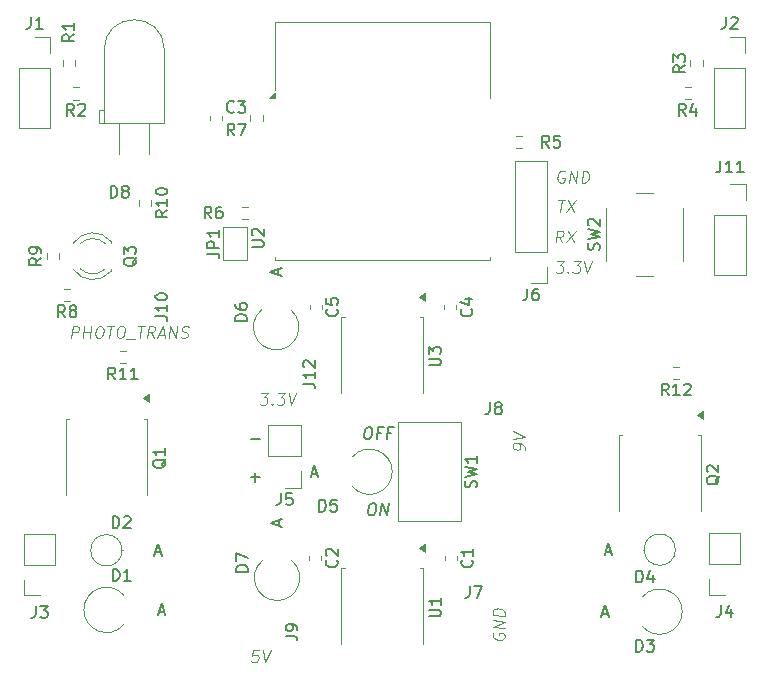
<source format=gbr>
%TF.GenerationSoftware,KiCad,Pcbnew,9.0.4*%
%TF.CreationDate,2025-09-05T01:37:03+09:00*%
%TF.ProjectId,ltr,6c74722e-6b69-4636-9164-5f7063625858,rev?*%
%TF.SameCoordinates,Original*%
%TF.FileFunction,Legend,Top*%
%TF.FilePolarity,Positive*%
%FSLAX46Y46*%
G04 Gerber Fmt 4.6, Leading zero omitted, Abs format (unit mm)*
G04 Created by KiCad (PCBNEW 9.0.4) date 2025-09-05 01:37:03*
%MOMM*%
%LPD*%
G01*
G04 APERTURE LIST*
%ADD10C,0.100000*%
%ADD11C,0.200000*%
%ADD12C,0.150000*%
%ADD13C,0.120000*%
G04 APERTURE END LIST*
D10*
X5664285Y-27682419D02*
X5789285Y-26682419D01*
X5789285Y-26682419D02*
X6170238Y-26682419D01*
X6170238Y-26682419D02*
X6259523Y-26730038D01*
X6259523Y-26730038D02*
X6301190Y-26777657D01*
X6301190Y-26777657D02*
X6336904Y-26872895D01*
X6336904Y-26872895D02*
X6319047Y-27015752D01*
X6319047Y-27015752D02*
X6259523Y-27110990D01*
X6259523Y-27110990D02*
X6205952Y-27158609D01*
X6205952Y-27158609D02*
X6104762Y-27206228D01*
X6104762Y-27206228D02*
X5723809Y-27206228D01*
X6664285Y-27682419D02*
X6789285Y-26682419D01*
X6729762Y-27158609D02*
X7301190Y-27158609D01*
X7235714Y-27682419D02*
X7360714Y-26682419D01*
X8027381Y-26682419D02*
X8217857Y-26682419D01*
X8217857Y-26682419D02*
X8307142Y-26730038D01*
X8307142Y-26730038D02*
X8390476Y-26825276D01*
X8390476Y-26825276D02*
X8414285Y-27015752D01*
X8414285Y-27015752D02*
X8372619Y-27349085D01*
X8372619Y-27349085D02*
X8301190Y-27539561D01*
X8301190Y-27539561D02*
X8194047Y-27634800D01*
X8194047Y-27634800D02*
X8092857Y-27682419D01*
X8092857Y-27682419D02*
X7902381Y-27682419D01*
X7902381Y-27682419D02*
X7813095Y-27634800D01*
X7813095Y-27634800D02*
X7729762Y-27539561D01*
X7729762Y-27539561D02*
X7705952Y-27349085D01*
X7705952Y-27349085D02*
X7747619Y-27015752D01*
X7747619Y-27015752D02*
X7819047Y-26825276D01*
X7819047Y-26825276D02*
X7926190Y-26730038D01*
X7926190Y-26730038D02*
X8027381Y-26682419D01*
X8741666Y-26682419D02*
X9313095Y-26682419D01*
X8902381Y-27682419D02*
X9027381Y-26682419D01*
X9836905Y-26682419D02*
X10027381Y-26682419D01*
X10027381Y-26682419D02*
X10116666Y-26730038D01*
X10116666Y-26730038D02*
X10200000Y-26825276D01*
X10200000Y-26825276D02*
X10223809Y-27015752D01*
X10223809Y-27015752D02*
X10182143Y-27349085D01*
X10182143Y-27349085D02*
X10110714Y-27539561D01*
X10110714Y-27539561D02*
X10003571Y-27634800D01*
X10003571Y-27634800D02*
X9902381Y-27682419D01*
X9902381Y-27682419D02*
X9711905Y-27682419D01*
X9711905Y-27682419D02*
X9622619Y-27634800D01*
X9622619Y-27634800D02*
X9539286Y-27539561D01*
X9539286Y-27539561D02*
X9515476Y-27349085D01*
X9515476Y-27349085D02*
X9557143Y-27015752D01*
X9557143Y-27015752D02*
X9628571Y-26825276D01*
X9628571Y-26825276D02*
X9735714Y-26730038D01*
X9735714Y-26730038D02*
X9836905Y-26682419D01*
X10319047Y-27777657D02*
X11080952Y-27777657D01*
X11313095Y-26682419D02*
X11884524Y-26682419D01*
X11473810Y-27682419D02*
X11598810Y-26682419D01*
X12664286Y-27682419D02*
X12390476Y-27206228D01*
X12092857Y-27682419D02*
X12217857Y-26682419D01*
X12217857Y-26682419D02*
X12598810Y-26682419D01*
X12598810Y-26682419D02*
X12688095Y-26730038D01*
X12688095Y-26730038D02*
X12729762Y-26777657D01*
X12729762Y-26777657D02*
X12765476Y-26872895D01*
X12765476Y-26872895D02*
X12747619Y-27015752D01*
X12747619Y-27015752D02*
X12688095Y-27110990D01*
X12688095Y-27110990D02*
X12634524Y-27158609D01*
X12634524Y-27158609D02*
X12533334Y-27206228D01*
X12533334Y-27206228D02*
X12152381Y-27206228D01*
X13080953Y-27396704D02*
X13557143Y-27396704D01*
X12950000Y-27682419D02*
X13408334Y-26682419D01*
X13408334Y-26682419D02*
X13616667Y-27682419D01*
X13950000Y-27682419D02*
X14075000Y-26682419D01*
X14075000Y-26682419D02*
X14521429Y-27682419D01*
X14521429Y-27682419D02*
X14646429Y-26682419D01*
X14955953Y-27634800D02*
X15092857Y-27682419D01*
X15092857Y-27682419D02*
X15330953Y-27682419D01*
X15330953Y-27682419D02*
X15432143Y-27634800D01*
X15432143Y-27634800D02*
X15485715Y-27587180D01*
X15485715Y-27587180D02*
X15545238Y-27491942D01*
X15545238Y-27491942D02*
X15557143Y-27396704D01*
X15557143Y-27396704D02*
X15521429Y-27301466D01*
X15521429Y-27301466D02*
X15479762Y-27253847D01*
X15479762Y-27253847D02*
X15390477Y-27206228D01*
X15390477Y-27206228D02*
X15205953Y-27158609D01*
X15205953Y-27158609D02*
X15116667Y-27110990D01*
X15116667Y-27110990D02*
X15075000Y-27063371D01*
X15075000Y-27063371D02*
X15039286Y-26968133D01*
X15039286Y-26968133D02*
X15051191Y-26872895D01*
X15051191Y-26872895D02*
X15110715Y-26777657D01*
X15110715Y-26777657D02*
X15164286Y-26730038D01*
X15164286Y-26730038D02*
X15265477Y-26682419D01*
X15265477Y-26682419D02*
X15503572Y-26682419D01*
X15503572Y-26682419D02*
X15640477Y-26730038D01*
X46907142Y-16032419D02*
X47478571Y-16032419D01*
X47067857Y-17032419D02*
X47192857Y-16032419D01*
X47716666Y-16032419D02*
X48258333Y-17032419D01*
X48383333Y-16032419D02*
X47591666Y-17032419D01*
X21742857Y-32332419D02*
X22361905Y-32332419D01*
X22361905Y-32332419D02*
X21980953Y-32713371D01*
X21980953Y-32713371D02*
X22123810Y-32713371D01*
X22123810Y-32713371D02*
X22213095Y-32760990D01*
X22213095Y-32760990D02*
X22254762Y-32808609D01*
X22254762Y-32808609D02*
X22290476Y-32903847D01*
X22290476Y-32903847D02*
X22260714Y-33141942D01*
X22260714Y-33141942D02*
X22201191Y-33237180D01*
X22201191Y-33237180D02*
X22147619Y-33284800D01*
X22147619Y-33284800D02*
X22046429Y-33332419D01*
X22046429Y-33332419D02*
X21760714Y-33332419D01*
X21760714Y-33332419D02*
X21671429Y-33284800D01*
X21671429Y-33284800D02*
X21629762Y-33237180D01*
X22677381Y-33237180D02*
X22719048Y-33284800D01*
X22719048Y-33284800D02*
X22665476Y-33332419D01*
X22665476Y-33332419D02*
X22623810Y-33284800D01*
X22623810Y-33284800D02*
X22677381Y-33237180D01*
X22677381Y-33237180D02*
X22665476Y-33332419D01*
X23171428Y-32332419D02*
X23790476Y-32332419D01*
X23790476Y-32332419D02*
X23409524Y-32713371D01*
X23409524Y-32713371D02*
X23552381Y-32713371D01*
X23552381Y-32713371D02*
X23641666Y-32760990D01*
X23641666Y-32760990D02*
X23683333Y-32808609D01*
X23683333Y-32808609D02*
X23719047Y-32903847D01*
X23719047Y-32903847D02*
X23689285Y-33141942D01*
X23689285Y-33141942D02*
X23629762Y-33237180D01*
X23629762Y-33237180D02*
X23576190Y-33284800D01*
X23576190Y-33284800D02*
X23475000Y-33332419D01*
X23475000Y-33332419D02*
X23189285Y-33332419D01*
X23189285Y-33332419D02*
X23100000Y-33284800D01*
X23100000Y-33284800D02*
X23058333Y-33237180D01*
X24076190Y-32332419D02*
X24284524Y-33332419D01*
X24284524Y-33332419D02*
X24742857Y-32332419D01*
X41405038Y-52623809D02*
X41357419Y-52713094D01*
X41357419Y-52713094D02*
X41357419Y-52855951D01*
X41357419Y-52855951D02*
X41405038Y-53004761D01*
X41405038Y-53004761D02*
X41500276Y-53111904D01*
X41500276Y-53111904D02*
X41595514Y-53171428D01*
X41595514Y-53171428D02*
X41785990Y-53242856D01*
X41785990Y-53242856D02*
X41928847Y-53260713D01*
X41928847Y-53260713D02*
X42119323Y-53236904D01*
X42119323Y-53236904D02*
X42214561Y-53201189D01*
X42214561Y-53201189D02*
X42309800Y-53117856D01*
X42309800Y-53117856D02*
X42357419Y-52980951D01*
X42357419Y-52980951D02*
X42357419Y-52885713D01*
X42357419Y-52885713D02*
X42309800Y-52736904D01*
X42309800Y-52736904D02*
X42262180Y-52683332D01*
X42262180Y-52683332D02*
X41928847Y-52641666D01*
X41928847Y-52641666D02*
X41928847Y-52832142D01*
X42357419Y-52266666D02*
X41357419Y-52141666D01*
X41357419Y-52141666D02*
X42357419Y-51695237D01*
X42357419Y-51695237D02*
X41357419Y-51570237D01*
X42357419Y-51219047D02*
X41357419Y-51094047D01*
X41357419Y-51094047D02*
X41357419Y-50855951D01*
X41357419Y-50855951D02*
X41405038Y-50719047D01*
X41405038Y-50719047D02*
X41500276Y-50635713D01*
X41500276Y-50635713D02*
X41595514Y-50599999D01*
X41595514Y-50599999D02*
X41785990Y-50576190D01*
X41785990Y-50576190D02*
X41928847Y-50594047D01*
X41928847Y-50594047D02*
X42119323Y-50665475D01*
X42119323Y-50665475D02*
X42214561Y-50724999D01*
X42214561Y-50724999D02*
X42309800Y-50832142D01*
X42309800Y-50832142D02*
X42357419Y-50980951D01*
X42357419Y-50980951D02*
X42357419Y-51219047D01*
D11*
X20869048Y-36261322D02*
X21630953Y-36261322D01*
X20869048Y-39481210D02*
X21630953Y-39481210D01*
X21250000Y-39862163D02*
X21250000Y-39100258D01*
D10*
X47252381Y-19582419D02*
X46978571Y-19106228D01*
X46680952Y-19582419D02*
X46805952Y-18582419D01*
X46805952Y-18582419D02*
X47186905Y-18582419D01*
X47186905Y-18582419D02*
X47276190Y-18630038D01*
X47276190Y-18630038D02*
X47317857Y-18677657D01*
X47317857Y-18677657D02*
X47353571Y-18772895D01*
X47353571Y-18772895D02*
X47335714Y-18915752D01*
X47335714Y-18915752D02*
X47276190Y-19010990D01*
X47276190Y-19010990D02*
X47222619Y-19058609D01*
X47222619Y-19058609D02*
X47121429Y-19106228D01*
X47121429Y-19106228D02*
X46740476Y-19106228D01*
X47710714Y-18582419D02*
X48252381Y-19582419D01*
X48377381Y-18582419D02*
X47585714Y-19582419D01*
D11*
X30791667Y-35232331D02*
X30982143Y-35232331D01*
X30982143Y-35232331D02*
X31071428Y-35279950D01*
X31071428Y-35279950D02*
X31154762Y-35375188D01*
X31154762Y-35375188D02*
X31178571Y-35565664D01*
X31178571Y-35565664D02*
X31136905Y-35898997D01*
X31136905Y-35898997D02*
X31065476Y-36089473D01*
X31065476Y-36089473D02*
X30958333Y-36184712D01*
X30958333Y-36184712D02*
X30857143Y-36232331D01*
X30857143Y-36232331D02*
X30666667Y-36232331D01*
X30666667Y-36232331D02*
X30577381Y-36184712D01*
X30577381Y-36184712D02*
X30494048Y-36089473D01*
X30494048Y-36089473D02*
X30470238Y-35898997D01*
X30470238Y-35898997D02*
X30511905Y-35565664D01*
X30511905Y-35565664D02*
X30583333Y-35375188D01*
X30583333Y-35375188D02*
X30690476Y-35279950D01*
X30690476Y-35279950D02*
X30791667Y-35232331D01*
X31922619Y-35708521D02*
X31589286Y-35708521D01*
X31523809Y-36232331D02*
X31648809Y-35232331D01*
X31648809Y-35232331D02*
X32125000Y-35232331D01*
X32779762Y-35708521D02*
X32446429Y-35708521D01*
X32380952Y-36232331D02*
X32505952Y-35232331D01*
X32505952Y-35232331D02*
X32982143Y-35232331D01*
X31125000Y-41672107D02*
X31315476Y-41672107D01*
X31315476Y-41672107D02*
X31404761Y-41719726D01*
X31404761Y-41719726D02*
X31488095Y-41814964D01*
X31488095Y-41814964D02*
X31511904Y-42005440D01*
X31511904Y-42005440D02*
X31470238Y-42338773D01*
X31470238Y-42338773D02*
X31398809Y-42529249D01*
X31398809Y-42529249D02*
X31291666Y-42624488D01*
X31291666Y-42624488D02*
X31190476Y-42672107D01*
X31190476Y-42672107D02*
X31000000Y-42672107D01*
X31000000Y-42672107D02*
X30910714Y-42624488D01*
X30910714Y-42624488D02*
X30827381Y-42529249D01*
X30827381Y-42529249D02*
X30803571Y-42338773D01*
X30803571Y-42338773D02*
X30845238Y-42005440D01*
X30845238Y-42005440D02*
X30916666Y-41814964D01*
X30916666Y-41814964D02*
X31023809Y-41719726D01*
X31023809Y-41719726D02*
X31125000Y-41672107D01*
X31857142Y-42672107D02*
X31982142Y-41672107D01*
X31982142Y-41672107D02*
X32428571Y-42672107D01*
X32428571Y-42672107D02*
X32553571Y-41672107D01*
D10*
X21553571Y-54132419D02*
X21077380Y-54132419D01*
X21077380Y-54132419D02*
X20970238Y-54608609D01*
X20970238Y-54608609D02*
X21023809Y-54560990D01*
X21023809Y-54560990D02*
X21124999Y-54513371D01*
X21124999Y-54513371D02*
X21363095Y-54513371D01*
X21363095Y-54513371D02*
X21452380Y-54560990D01*
X21452380Y-54560990D02*
X21494047Y-54608609D01*
X21494047Y-54608609D02*
X21529761Y-54703847D01*
X21529761Y-54703847D02*
X21499999Y-54941942D01*
X21499999Y-54941942D02*
X21440476Y-55037180D01*
X21440476Y-55037180D02*
X21386904Y-55084800D01*
X21386904Y-55084800D02*
X21285714Y-55132419D01*
X21285714Y-55132419D02*
X21047618Y-55132419D01*
X21047618Y-55132419D02*
X20958333Y-55084800D01*
X20958333Y-55084800D02*
X20916666Y-55037180D01*
X21886904Y-54132419D02*
X22095238Y-55132419D01*
X22095238Y-55132419D02*
X22553571Y-54132419D01*
X44057419Y-37125000D02*
X44057419Y-36934523D01*
X44057419Y-36934523D02*
X44009800Y-36833333D01*
X44009800Y-36833333D02*
X43962180Y-36779762D01*
X43962180Y-36779762D02*
X43819323Y-36666666D01*
X43819323Y-36666666D02*
X43628847Y-36595238D01*
X43628847Y-36595238D02*
X43247895Y-36547619D01*
X43247895Y-36547619D02*
X43152657Y-36583333D01*
X43152657Y-36583333D02*
X43105038Y-36625000D01*
X43105038Y-36625000D02*
X43057419Y-36714285D01*
X43057419Y-36714285D02*
X43057419Y-36904762D01*
X43057419Y-36904762D02*
X43105038Y-37005952D01*
X43105038Y-37005952D02*
X43152657Y-37059523D01*
X43152657Y-37059523D02*
X43247895Y-37119047D01*
X43247895Y-37119047D02*
X43485990Y-37148809D01*
X43485990Y-37148809D02*
X43581228Y-37113095D01*
X43581228Y-37113095D02*
X43628847Y-37071428D01*
X43628847Y-37071428D02*
X43676466Y-36982142D01*
X43676466Y-36982142D02*
X43676466Y-36791666D01*
X43676466Y-36791666D02*
X43628847Y-36690476D01*
X43628847Y-36690476D02*
X43581228Y-36636904D01*
X43581228Y-36636904D02*
X43485990Y-36577381D01*
X43057419Y-36238095D02*
X44057419Y-36029761D01*
X44057419Y-36029761D02*
X43057419Y-35571428D01*
X47476191Y-13580038D02*
X47386905Y-13532419D01*
X47386905Y-13532419D02*
X47244048Y-13532419D01*
X47244048Y-13532419D02*
X47095238Y-13580038D01*
X47095238Y-13580038D02*
X46988095Y-13675276D01*
X46988095Y-13675276D02*
X46928571Y-13770514D01*
X46928571Y-13770514D02*
X46857143Y-13960990D01*
X46857143Y-13960990D02*
X46839286Y-14103847D01*
X46839286Y-14103847D02*
X46863095Y-14294323D01*
X46863095Y-14294323D02*
X46898810Y-14389561D01*
X46898810Y-14389561D02*
X46982143Y-14484800D01*
X46982143Y-14484800D02*
X47119048Y-14532419D01*
X47119048Y-14532419D02*
X47214286Y-14532419D01*
X47214286Y-14532419D02*
X47363095Y-14484800D01*
X47363095Y-14484800D02*
X47416667Y-14437180D01*
X47416667Y-14437180D02*
X47458333Y-14103847D01*
X47458333Y-14103847D02*
X47267857Y-14103847D01*
X47833333Y-14532419D02*
X47958333Y-13532419D01*
X47958333Y-13532419D02*
X48404762Y-14532419D01*
X48404762Y-14532419D02*
X48529762Y-13532419D01*
X48880952Y-14532419D02*
X49005952Y-13532419D01*
X49005952Y-13532419D02*
X49244048Y-13532419D01*
X49244048Y-13532419D02*
X49380952Y-13580038D01*
X49380952Y-13580038D02*
X49464286Y-13675276D01*
X49464286Y-13675276D02*
X49500000Y-13770514D01*
X49500000Y-13770514D02*
X49523810Y-13960990D01*
X49523810Y-13960990D02*
X49505952Y-14103847D01*
X49505952Y-14103847D02*
X49434524Y-14294323D01*
X49434524Y-14294323D02*
X49375000Y-14389561D01*
X49375000Y-14389561D02*
X49267857Y-14484800D01*
X49267857Y-14484800D02*
X49119048Y-14532419D01*
X49119048Y-14532419D02*
X48880952Y-14532419D01*
X46792857Y-21157419D02*
X47411905Y-21157419D01*
X47411905Y-21157419D02*
X47030953Y-21538371D01*
X47030953Y-21538371D02*
X47173810Y-21538371D01*
X47173810Y-21538371D02*
X47263095Y-21585990D01*
X47263095Y-21585990D02*
X47304762Y-21633609D01*
X47304762Y-21633609D02*
X47340476Y-21728847D01*
X47340476Y-21728847D02*
X47310714Y-21966942D01*
X47310714Y-21966942D02*
X47251191Y-22062180D01*
X47251191Y-22062180D02*
X47197619Y-22109800D01*
X47197619Y-22109800D02*
X47096429Y-22157419D01*
X47096429Y-22157419D02*
X46810714Y-22157419D01*
X46810714Y-22157419D02*
X46721429Y-22109800D01*
X46721429Y-22109800D02*
X46679762Y-22062180D01*
X47727381Y-22062180D02*
X47769048Y-22109800D01*
X47769048Y-22109800D02*
X47715476Y-22157419D01*
X47715476Y-22157419D02*
X47673810Y-22109800D01*
X47673810Y-22109800D02*
X47727381Y-22062180D01*
X47727381Y-22062180D02*
X47715476Y-22157419D01*
X48221428Y-21157419D02*
X48840476Y-21157419D01*
X48840476Y-21157419D02*
X48459524Y-21538371D01*
X48459524Y-21538371D02*
X48602381Y-21538371D01*
X48602381Y-21538371D02*
X48691666Y-21585990D01*
X48691666Y-21585990D02*
X48733333Y-21633609D01*
X48733333Y-21633609D02*
X48769047Y-21728847D01*
X48769047Y-21728847D02*
X48739285Y-21966942D01*
X48739285Y-21966942D02*
X48679762Y-22062180D01*
X48679762Y-22062180D02*
X48626190Y-22109800D01*
X48626190Y-22109800D02*
X48525000Y-22157419D01*
X48525000Y-22157419D02*
X48239285Y-22157419D01*
X48239285Y-22157419D02*
X48150000Y-22109800D01*
X48150000Y-22109800D02*
X48108333Y-22062180D01*
X49126190Y-21157419D02*
X49334524Y-22157419D01*
X49334524Y-22157419D02*
X49792857Y-21157419D01*
D12*
X39589580Y-46479166D02*
X39637200Y-46526785D01*
X39637200Y-46526785D02*
X39684819Y-46669642D01*
X39684819Y-46669642D02*
X39684819Y-46764880D01*
X39684819Y-46764880D02*
X39637200Y-46907737D01*
X39637200Y-46907737D02*
X39541961Y-47002975D01*
X39541961Y-47002975D02*
X39446723Y-47050594D01*
X39446723Y-47050594D02*
X39256247Y-47098213D01*
X39256247Y-47098213D02*
X39113390Y-47098213D01*
X39113390Y-47098213D02*
X38922914Y-47050594D01*
X38922914Y-47050594D02*
X38827676Y-47002975D01*
X38827676Y-47002975D02*
X38732438Y-46907737D01*
X38732438Y-46907737D02*
X38684819Y-46764880D01*
X38684819Y-46764880D02*
X38684819Y-46669642D01*
X38684819Y-46669642D02*
X38732438Y-46526785D01*
X38732438Y-46526785D02*
X38780057Y-46479166D01*
X39684819Y-45526785D02*
X39684819Y-46098213D01*
X39684819Y-45812499D02*
X38684819Y-45812499D01*
X38684819Y-45812499D02*
X38827676Y-45907737D01*
X38827676Y-45907737D02*
X38922914Y-46002975D01*
X38922914Y-46002975D02*
X38970533Y-46098213D01*
X20634819Y-47458094D02*
X19634819Y-47458094D01*
X19634819Y-47458094D02*
X19634819Y-47219999D01*
X19634819Y-47219999D02*
X19682438Y-47077142D01*
X19682438Y-47077142D02*
X19777676Y-46981904D01*
X19777676Y-46981904D02*
X19872914Y-46934285D01*
X19872914Y-46934285D02*
X20063390Y-46886666D01*
X20063390Y-46886666D02*
X20206247Y-46886666D01*
X20206247Y-46886666D02*
X20396723Y-46934285D01*
X20396723Y-46934285D02*
X20491961Y-46981904D01*
X20491961Y-46981904D02*
X20587200Y-47077142D01*
X20587200Y-47077142D02*
X20634819Y-47219999D01*
X20634819Y-47219999D02*
X20634819Y-47458094D01*
X19634819Y-46553332D02*
X19634819Y-45886666D01*
X19634819Y-45886666D02*
X20634819Y-46315237D01*
X23269104Y-43568094D02*
X23269104Y-43091904D01*
X23554819Y-43663332D02*
X22554819Y-43329999D01*
X22554819Y-43329999D02*
X23554819Y-42996666D01*
X28139580Y-46479166D02*
X28187200Y-46526785D01*
X28187200Y-46526785D02*
X28234819Y-46669642D01*
X28234819Y-46669642D02*
X28234819Y-46764880D01*
X28234819Y-46764880D02*
X28187200Y-46907737D01*
X28187200Y-46907737D02*
X28091961Y-47002975D01*
X28091961Y-47002975D02*
X27996723Y-47050594D01*
X27996723Y-47050594D02*
X27806247Y-47098213D01*
X27806247Y-47098213D02*
X27663390Y-47098213D01*
X27663390Y-47098213D02*
X27472914Y-47050594D01*
X27472914Y-47050594D02*
X27377676Y-47002975D01*
X27377676Y-47002975D02*
X27282438Y-46907737D01*
X27282438Y-46907737D02*
X27234819Y-46764880D01*
X27234819Y-46764880D02*
X27234819Y-46669642D01*
X27234819Y-46669642D02*
X27282438Y-46526785D01*
X27282438Y-46526785D02*
X27330057Y-46479166D01*
X27330057Y-46098213D02*
X27282438Y-46050594D01*
X27282438Y-46050594D02*
X27234819Y-45955356D01*
X27234819Y-45955356D02*
X27234819Y-45717261D01*
X27234819Y-45717261D02*
X27282438Y-45622023D01*
X27282438Y-45622023D02*
X27330057Y-45574404D01*
X27330057Y-45574404D02*
X27425295Y-45526785D01*
X27425295Y-45526785D02*
X27520533Y-45526785D01*
X27520533Y-45526785D02*
X27663390Y-45574404D01*
X27663390Y-45574404D02*
X28234819Y-46145832D01*
X28234819Y-46145832D02*
X28234819Y-45526785D01*
X19483333Y-10529819D02*
X19150000Y-10053628D01*
X18911905Y-10529819D02*
X18911905Y-9529819D01*
X18911905Y-9529819D02*
X19292857Y-9529819D01*
X19292857Y-9529819D02*
X19388095Y-9577438D01*
X19388095Y-9577438D02*
X19435714Y-9625057D01*
X19435714Y-9625057D02*
X19483333Y-9720295D01*
X19483333Y-9720295D02*
X19483333Y-9863152D01*
X19483333Y-9863152D02*
X19435714Y-9958390D01*
X19435714Y-9958390D02*
X19388095Y-10006009D01*
X19388095Y-10006009D02*
X19292857Y-10053628D01*
X19292857Y-10053628D02*
X18911905Y-10053628D01*
X19816667Y-9529819D02*
X20483333Y-9529819D01*
X20483333Y-9529819D02*
X20054762Y-10529819D01*
X57695833Y-8854819D02*
X57362500Y-8378628D01*
X57124405Y-8854819D02*
X57124405Y-7854819D01*
X57124405Y-7854819D02*
X57505357Y-7854819D01*
X57505357Y-7854819D02*
X57600595Y-7902438D01*
X57600595Y-7902438D02*
X57648214Y-7950057D01*
X57648214Y-7950057D02*
X57695833Y-8045295D01*
X57695833Y-8045295D02*
X57695833Y-8188152D01*
X57695833Y-8188152D02*
X57648214Y-8283390D01*
X57648214Y-8283390D02*
X57600595Y-8331009D01*
X57600595Y-8331009D02*
X57505357Y-8378628D01*
X57505357Y-8378628D02*
X57124405Y-8378628D01*
X58552976Y-8188152D02*
X58552976Y-8854819D01*
X58314881Y-7807200D02*
X58076786Y-8521485D01*
X58076786Y-8521485D02*
X58695833Y-8521485D01*
X25304819Y-31534523D02*
X26019104Y-31534523D01*
X26019104Y-31534523D02*
X26161961Y-31582142D01*
X26161961Y-31582142D02*
X26257200Y-31677380D01*
X26257200Y-31677380D02*
X26304819Y-31820237D01*
X26304819Y-31820237D02*
X26304819Y-31915475D01*
X26304819Y-30534523D02*
X26304819Y-31105951D01*
X26304819Y-30820237D02*
X25304819Y-30820237D01*
X25304819Y-30820237D02*
X25447676Y-30915475D01*
X25447676Y-30915475D02*
X25542914Y-31010713D01*
X25542914Y-31010713D02*
X25590533Y-31105951D01*
X25400057Y-30153570D02*
X25352438Y-30105951D01*
X25352438Y-30105951D02*
X25304819Y-30010713D01*
X25304819Y-30010713D02*
X25304819Y-29772618D01*
X25304819Y-29772618D02*
X25352438Y-29677380D01*
X25352438Y-29677380D02*
X25400057Y-29629761D01*
X25400057Y-29629761D02*
X25495295Y-29582142D01*
X25495295Y-29582142D02*
X25590533Y-29582142D01*
X25590533Y-29582142D02*
X25733390Y-29629761D01*
X25733390Y-29629761D02*
X26304819Y-30201189D01*
X26304819Y-30201189D02*
X26304819Y-29582142D01*
X2666666Y-50364819D02*
X2666666Y-51079104D01*
X2666666Y-51079104D02*
X2619047Y-51221961D01*
X2619047Y-51221961D02*
X2523809Y-51317200D01*
X2523809Y-51317200D02*
X2380952Y-51364819D01*
X2380952Y-51364819D02*
X2285714Y-51364819D01*
X3047619Y-50364819D02*
X3666666Y-50364819D01*
X3666666Y-50364819D02*
X3333333Y-50745771D01*
X3333333Y-50745771D02*
X3476190Y-50745771D01*
X3476190Y-50745771D02*
X3571428Y-50793390D01*
X3571428Y-50793390D02*
X3619047Y-50841009D01*
X3619047Y-50841009D02*
X3666666Y-50936247D01*
X3666666Y-50936247D02*
X3666666Y-51174342D01*
X3666666Y-51174342D02*
X3619047Y-51269580D01*
X3619047Y-51269580D02*
X3571428Y-51317200D01*
X3571428Y-51317200D02*
X3476190Y-51364819D01*
X3476190Y-51364819D02*
X3190476Y-51364819D01*
X3190476Y-51364819D02*
X3095238Y-51317200D01*
X3095238Y-51317200D02*
X3047619Y-51269580D01*
X12804819Y-25859523D02*
X13519104Y-25859523D01*
X13519104Y-25859523D02*
X13661961Y-25907142D01*
X13661961Y-25907142D02*
X13757200Y-26002380D01*
X13757200Y-26002380D02*
X13804819Y-26145237D01*
X13804819Y-26145237D02*
X13804819Y-26240475D01*
X13804819Y-24859523D02*
X13804819Y-25430951D01*
X13804819Y-25145237D02*
X12804819Y-25145237D01*
X12804819Y-25145237D02*
X12947676Y-25240475D01*
X12947676Y-25240475D02*
X13042914Y-25335713D01*
X13042914Y-25335713D02*
X13090533Y-25430951D01*
X12804819Y-24240475D02*
X12804819Y-24145237D01*
X12804819Y-24145237D02*
X12852438Y-24049999D01*
X12852438Y-24049999D02*
X12900057Y-24002380D01*
X12900057Y-24002380D02*
X12995295Y-23954761D01*
X12995295Y-23954761D02*
X13185771Y-23907142D01*
X13185771Y-23907142D02*
X13423866Y-23907142D01*
X13423866Y-23907142D02*
X13614342Y-23954761D01*
X13614342Y-23954761D02*
X13709580Y-24002380D01*
X13709580Y-24002380D02*
X13757200Y-24049999D01*
X13757200Y-24049999D02*
X13804819Y-24145237D01*
X13804819Y-24145237D02*
X13804819Y-24240475D01*
X13804819Y-24240475D02*
X13757200Y-24335713D01*
X13757200Y-24335713D02*
X13709580Y-24383332D01*
X13709580Y-24383332D02*
X13614342Y-24430951D01*
X13614342Y-24430951D02*
X13423866Y-24478570D01*
X13423866Y-24478570D02*
X13185771Y-24478570D01*
X13185771Y-24478570D02*
X12995295Y-24430951D01*
X12995295Y-24430951D02*
X12900057Y-24383332D01*
X12900057Y-24383332D02*
X12852438Y-24335713D01*
X12852438Y-24335713D02*
X12804819Y-24240475D01*
X11230057Y-20850238D02*
X11182438Y-20945476D01*
X11182438Y-20945476D02*
X11087200Y-21040714D01*
X11087200Y-21040714D02*
X10944342Y-21183571D01*
X10944342Y-21183571D02*
X10896723Y-21278809D01*
X10896723Y-21278809D02*
X10896723Y-21374047D01*
X11134819Y-21326428D02*
X11087200Y-21421666D01*
X11087200Y-21421666D02*
X10991961Y-21516904D01*
X10991961Y-21516904D02*
X10801485Y-21564523D01*
X10801485Y-21564523D02*
X10468152Y-21564523D01*
X10468152Y-21564523D02*
X10277676Y-21516904D01*
X10277676Y-21516904D02*
X10182438Y-21421666D01*
X10182438Y-21421666D02*
X10134819Y-21326428D01*
X10134819Y-21326428D02*
X10134819Y-21135952D01*
X10134819Y-21135952D02*
X10182438Y-21040714D01*
X10182438Y-21040714D02*
X10277676Y-20945476D01*
X10277676Y-20945476D02*
X10468152Y-20897857D01*
X10468152Y-20897857D02*
X10801485Y-20897857D01*
X10801485Y-20897857D02*
X10991961Y-20945476D01*
X10991961Y-20945476D02*
X11087200Y-21040714D01*
X11087200Y-21040714D02*
X11134819Y-21135952D01*
X11134819Y-21135952D02*
X11134819Y-21326428D01*
X10134819Y-20564523D02*
X10134819Y-19945476D01*
X10134819Y-19945476D02*
X10515771Y-20278809D01*
X10515771Y-20278809D02*
X10515771Y-20135952D01*
X10515771Y-20135952D02*
X10563390Y-20040714D01*
X10563390Y-20040714D02*
X10611009Y-19993095D01*
X10611009Y-19993095D02*
X10706247Y-19945476D01*
X10706247Y-19945476D02*
X10944342Y-19945476D01*
X10944342Y-19945476D02*
X11039580Y-19993095D01*
X11039580Y-19993095D02*
X11087200Y-20040714D01*
X11087200Y-20040714D02*
X11134819Y-20135952D01*
X11134819Y-20135952D02*
X11134819Y-20421666D01*
X11134819Y-20421666D02*
X11087200Y-20516904D01*
X11087200Y-20516904D02*
X11039580Y-20564523D01*
X13809819Y-16880357D02*
X13333628Y-17213690D01*
X13809819Y-17451785D02*
X12809819Y-17451785D01*
X12809819Y-17451785D02*
X12809819Y-17070833D01*
X12809819Y-17070833D02*
X12857438Y-16975595D01*
X12857438Y-16975595D02*
X12905057Y-16927976D01*
X12905057Y-16927976D02*
X13000295Y-16880357D01*
X13000295Y-16880357D02*
X13143152Y-16880357D01*
X13143152Y-16880357D02*
X13238390Y-16927976D01*
X13238390Y-16927976D02*
X13286009Y-16975595D01*
X13286009Y-16975595D02*
X13333628Y-17070833D01*
X13333628Y-17070833D02*
X13333628Y-17451785D01*
X13809819Y-15927976D02*
X13809819Y-16499404D01*
X13809819Y-16213690D02*
X12809819Y-16213690D01*
X12809819Y-16213690D02*
X12952676Y-16308928D01*
X12952676Y-16308928D02*
X13047914Y-16404166D01*
X13047914Y-16404166D02*
X13095533Y-16499404D01*
X12809819Y-15308928D02*
X12809819Y-15213690D01*
X12809819Y-15213690D02*
X12857438Y-15118452D01*
X12857438Y-15118452D02*
X12905057Y-15070833D01*
X12905057Y-15070833D02*
X13000295Y-15023214D01*
X13000295Y-15023214D02*
X13190771Y-14975595D01*
X13190771Y-14975595D02*
X13428866Y-14975595D01*
X13428866Y-14975595D02*
X13619342Y-15023214D01*
X13619342Y-15023214D02*
X13714580Y-15070833D01*
X13714580Y-15070833D02*
X13762200Y-15118452D01*
X13762200Y-15118452D02*
X13809819Y-15213690D01*
X13809819Y-15213690D02*
X13809819Y-15308928D01*
X13809819Y-15308928D02*
X13762200Y-15404166D01*
X13762200Y-15404166D02*
X13714580Y-15451785D01*
X13714580Y-15451785D02*
X13619342Y-15499404D01*
X13619342Y-15499404D02*
X13428866Y-15547023D01*
X13428866Y-15547023D02*
X13190771Y-15547023D01*
X13190771Y-15547023D02*
X13000295Y-15499404D01*
X13000295Y-15499404D02*
X12905057Y-15451785D01*
X12905057Y-15451785D02*
X12857438Y-15404166D01*
X12857438Y-15404166D02*
X12809819Y-15308928D01*
X2241666Y-504819D02*
X2241666Y-1219104D01*
X2241666Y-1219104D02*
X2194047Y-1361961D01*
X2194047Y-1361961D02*
X2098809Y-1457200D01*
X2098809Y-1457200D02*
X1955952Y-1504819D01*
X1955952Y-1504819D02*
X1860714Y-1504819D01*
X3241666Y-1504819D02*
X2670238Y-1504819D01*
X2955952Y-1504819D02*
X2955952Y-504819D01*
X2955952Y-504819D02*
X2860714Y-647676D01*
X2860714Y-647676D02*
X2765476Y-742914D01*
X2765476Y-742914D02*
X2670238Y-790533D01*
X5150833Y-25914819D02*
X4817500Y-25438628D01*
X4579405Y-25914819D02*
X4579405Y-24914819D01*
X4579405Y-24914819D02*
X4960357Y-24914819D01*
X4960357Y-24914819D02*
X5055595Y-24962438D01*
X5055595Y-24962438D02*
X5103214Y-25010057D01*
X5103214Y-25010057D02*
X5150833Y-25105295D01*
X5150833Y-25105295D02*
X5150833Y-25248152D01*
X5150833Y-25248152D02*
X5103214Y-25343390D01*
X5103214Y-25343390D02*
X5055595Y-25391009D01*
X5055595Y-25391009D02*
X4960357Y-25438628D01*
X4960357Y-25438628D02*
X4579405Y-25438628D01*
X5722262Y-25343390D02*
X5627024Y-25295771D01*
X5627024Y-25295771D02*
X5579405Y-25248152D01*
X5579405Y-25248152D02*
X5531786Y-25152914D01*
X5531786Y-25152914D02*
X5531786Y-25105295D01*
X5531786Y-25105295D02*
X5579405Y-25010057D01*
X5579405Y-25010057D02*
X5627024Y-24962438D01*
X5627024Y-24962438D02*
X5722262Y-24914819D01*
X5722262Y-24914819D02*
X5912738Y-24914819D01*
X5912738Y-24914819D02*
X6007976Y-24962438D01*
X6007976Y-24962438D02*
X6055595Y-25010057D01*
X6055595Y-25010057D02*
X6103214Y-25105295D01*
X6103214Y-25105295D02*
X6103214Y-25152914D01*
X6103214Y-25152914D02*
X6055595Y-25248152D01*
X6055595Y-25248152D02*
X6007976Y-25295771D01*
X6007976Y-25295771D02*
X5912738Y-25343390D01*
X5912738Y-25343390D02*
X5722262Y-25343390D01*
X5722262Y-25343390D02*
X5627024Y-25391009D01*
X5627024Y-25391009D02*
X5579405Y-25438628D01*
X5579405Y-25438628D02*
X5531786Y-25533866D01*
X5531786Y-25533866D02*
X5531786Y-25724342D01*
X5531786Y-25724342D02*
X5579405Y-25819580D01*
X5579405Y-25819580D02*
X5627024Y-25867200D01*
X5627024Y-25867200D02*
X5722262Y-25914819D01*
X5722262Y-25914819D02*
X5912738Y-25914819D01*
X5912738Y-25914819D02*
X6007976Y-25867200D01*
X6007976Y-25867200D02*
X6055595Y-25819580D01*
X6055595Y-25819580D02*
X6103214Y-25724342D01*
X6103214Y-25724342D02*
X6103214Y-25533866D01*
X6103214Y-25533866D02*
X6055595Y-25438628D01*
X6055595Y-25438628D02*
X6007976Y-25391009D01*
X6007976Y-25391009D02*
X5912738Y-25343390D01*
X60570057Y-39335238D02*
X60522438Y-39430476D01*
X60522438Y-39430476D02*
X60427200Y-39525714D01*
X60427200Y-39525714D02*
X60284342Y-39668571D01*
X60284342Y-39668571D02*
X60236723Y-39763809D01*
X60236723Y-39763809D02*
X60236723Y-39859047D01*
X60474819Y-39811428D02*
X60427200Y-39906666D01*
X60427200Y-39906666D02*
X60331961Y-40001904D01*
X60331961Y-40001904D02*
X60141485Y-40049523D01*
X60141485Y-40049523D02*
X59808152Y-40049523D01*
X59808152Y-40049523D02*
X59617676Y-40001904D01*
X59617676Y-40001904D02*
X59522438Y-39906666D01*
X59522438Y-39906666D02*
X59474819Y-39811428D01*
X59474819Y-39811428D02*
X59474819Y-39620952D01*
X59474819Y-39620952D02*
X59522438Y-39525714D01*
X59522438Y-39525714D02*
X59617676Y-39430476D01*
X59617676Y-39430476D02*
X59808152Y-39382857D01*
X59808152Y-39382857D02*
X60141485Y-39382857D01*
X60141485Y-39382857D02*
X60331961Y-39430476D01*
X60331961Y-39430476D02*
X60427200Y-39525714D01*
X60427200Y-39525714D02*
X60474819Y-39620952D01*
X60474819Y-39620952D02*
X60474819Y-39811428D01*
X59570057Y-39001904D02*
X59522438Y-38954285D01*
X59522438Y-38954285D02*
X59474819Y-38859047D01*
X59474819Y-38859047D02*
X59474819Y-38620952D01*
X59474819Y-38620952D02*
X59522438Y-38525714D01*
X59522438Y-38525714D02*
X59570057Y-38478095D01*
X59570057Y-38478095D02*
X59665295Y-38430476D01*
X59665295Y-38430476D02*
X59760533Y-38430476D01*
X59760533Y-38430476D02*
X59903390Y-38478095D01*
X59903390Y-38478095D02*
X60474819Y-39049523D01*
X60474819Y-39049523D02*
X60474819Y-38430476D01*
X20954819Y-19991904D02*
X21764342Y-19991904D01*
X21764342Y-19991904D02*
X21859580Y-19944285D01*
X21859580Y-19944285D02*
X21907200Y-19896666D01*
X21907200Y-19896666D02*
X21954819Y-19801428D01*
X21954819Y-19801428D02*
X21954819Y-19610952D01*
X21954819Y-19610952D02*
X21907200Y-19515714D01*
X21907200Y-19515714D02*
X21859580Y-19468095D01*
X21859580Y-19468095D02*
X21764342Y-19420476D01*
X21764342Y-19420476D02*
X20954819Y-19420476D01*
X21050057Y-18991904D02*
X21002438Y-18944285D01*
X21002438Y-18944285D02*
X20954819Y-18849047D01*
X20954819Y-18849047D02*
X20954819Y-18610952D01*
X20954819Y-18610952D02*
X21002438Y-18515714D01*
X21002438Y-18515714D02*
X21050057Y-18468095D01*
X21050057Y-18468095D02*
X21145295Y-18420476D01*
X21145295Y-18420476D02*
X21240533Y-18420476D01*
X21240533Y-18420476D02*
X21383390Y-18468095D01*
X21383390Y-18468095D02*
X21954819Y-19039523D01*
X21954819Y-19039523D02*
X21954819Y-18420476D01*
X60666666Y-50314819D02*
X60666666Y-51029104D01*
X60666666Y-51029104D02*
X60619047Y-51171961D01*
X60619047Y-51171961D02*
X60523809Y-51267200D01*
X60523809Y-51267200D02*
X60380952Y-51314819D01*
X60380952Y-51314819D02*
X60285714Y-51314819D01*
X61571428Y-50648152D02*
X61571428Y-51314819D01*
X61333333Y-50267200D02*
X61095238Y-50981485D01*
X61095238Y-50981485D02*
X61714285Y-50981485D01*
X35954819Y-51251904D02*
X36764342Y-51251904D01*
X36764342Y-51251904D02*
X36859580Y-51204285D01*
X36859580Y-51204285D02*
X36907200Y-51156666D01*
X36907200Y-51156666D02*
X36954819Y-51061428D01*
X36954819Y-51061428D02*
X36954819Y-50870952D01*
X36954819Y-50870952D02*
X36907200Y-50775714D01*
X36907200Y-50775714D02*
X36859580Y-50728095D01*
X36859580Y-50728095D02*
X36764342Y-50680476D01*
X36764342Y-50680476D02*
X35954819Y-50680476D01*
X36954819Y-49680476D02*
X36954819Y-50251904D01*
X36954819Y-49966190D02*
X35954819Y-49966190D01*
X35954819Y-49966190D02*
X36097676Y-50061428D01*
X36097676Y-50061428D02*
X36192914Y-50156666D01*
X36192914Y-50156666D02*
X36240533Y-50251904D01*
X3129819Y-20921666D02*
X2653628Y-21254999D01*
X3129819Y-21493094D02*
X2129819Y-21493094D01*
X2129819Y-21493094D02*
X2129819Y-21112142D01*
X2129819Y-21112142D02*
X2177438Y-21016904D01*
X2177438Y-21016904D02*
X2225057Y-20969285D01*
X2225057Y-20969285D02*
X2320295Y-20921666D01*
X2320295Y-20921666D02*
X2463152Y-20921666D01*
X2463152Y-20921666D02*
X2558390Y-20969285D01*
X2558390Y-20969285D02*
X2606009Y-21016904D01*
X2606009Y-21016904D02*
X2653628Y-21112142D01*
X2653628Y-21112142D02*
X2653628Y-21493094D01*
X3129819Y-20445475D02*
X3129819Y-20254999D01*
X3129819Y-20254999D02*
X3082200Y-20159761D01*
X3082200Y-20159761D02*
X3034580Y-20112142D01*
X3034580Y-20112142D02*
X2891723Y-20016904D01*
X2891723Y-20016904D02*
X2701247Y-19969285D01*
X2701247Y-19969285D02*
X2320295Y-19969285D01*
X2320295Y-19969285D02*
X2225057Y-20016904D01*
X2225057Y-20016904D02*
X2177438Y-20064523D01*
X2177438Y-20064523D02*
X2129819Y-20159761D01*
X2129819Y-20159761D02*
X2129819Y-20350237D01*
X2129819Y-20350237D02*
X2177438Y-20445475D01*
X2177438Y-20445475D02*
X2225057Y-20493094D01*
X2225057Y-20493094D02*
X2320295Y-20540713D01*
X2320295Y-20540713D02*
X2558390Y-20540713D01*
X2558390Y-20540713D02*
X2653628Y-20493094D01*
X2653628Y-20493094D02*
X2701247Y-20445475D01*
X2701247Y-20445475D02*
X2748866Y-20350237D01*
X2748866Y-20350237D02*
X2748866Y-20159761D01*
X2748866Y-20159761D02*
X2701247Y-20064523D01*
X2701247Y-20064523D02*
X2653628Y-20016904D01*
X2653628Y-20016904D02*
X2558390Y-19969285D01*
X9191905Y-48234819D02*
X9191905Y-47234819D01*
X9191905Y-47234819D02*
X9430000Y-47234819D01*
X9430000Y-47234819D02*
X9572857Y-47282438D01*
X9572857Y-47282438D02*
X9668095Y-47377676D01*
X9668095Y-47377676D02*
X9715714Y-47472914D01*
X9715714Y-47472914D02*
X9763333Y-47663390D01*
X9763333Y-47663390D02*
X9763333Y-47806247D01*
X9763333Y-47806247D02*
X9715714Y-47996723D01*
X9715714Y-47996723D02*
X9668095Y-48091961D01*
X9668095Y-48091961D02*
X9572857Y-48187200D01*
X9572857Y-48187200D02*
X9430000Y-48234819D01*
X9430000Y-48234819D02*
X9191905Y-48234819D01*
X10715714Y-48234819D02*
X10144286Y-48234819D01*
X10430000Y-48234819D02*
X10430000Y-47234819D01*
X10430000Y-47234819D02*
X10334762Y-47377676D01*
X10334762Y-47377676D02*
X10239524Y-47472914D01*
X10239524Y-47472914D02*
X10144286Y-47520533D01*
X13081905Y-50869104D02*
X13558095Y-50869104D01*
X12986667Y-51154819D02*
X13320000Y-50154819D01*
X13320000Y-50154819D02*
X13653333Y-51154819D01*
X9394642Y-31184819D02*
X9061309Y-30708628D01*
X8823214Y-31184819D02*
X8823214Y-30184819D01*
X8823214Y-30184819D02*
X9204166Y-30184819D01*
X9204166Y-30184819D02*
X9299404Y-30232438D01*
X9299404Y-30232438D02*
X9347023Y-30280057D01*
X9347023Y-30280057D02*
X9394642Y-30375295D01*
X9394642Y-30375295D02*
X9394642Y-30518152D01*
X9394642Y-30518152D02*
X9347023Y-30613390D01*
X9347023Y-30613390D02*
X9299404Y-30661009D01*
X9299404Y-30661009D02*
X9204166Y-30708628D01*
X9204166Y-30708628D02*
X8823214Y-30708628D01*
X10347023Y-31184819D02*
X9775595Y-31184819D01*
X10061309Y-31184819D02*
X10061309Y-30184819D01*
X10061309Y-30184819D02*
X9966071Y-30327676D01*
X9966071Y-30327676D02*
X9870833Y-30422914D01*
X9870833Y-30422914D02*
X9775595Y-30470533D01*
X11299404Y-31184819D02*
X10727976Y-31184819D01*
X11013690Y-31184819D02*
X11013690Y-30184819D01*
X11013690Y-30184819D02*
X10918452Y-30327676D01*
X10918452Y-30327676D02*
X10823214Y-30422914D01*
X10823214Y-30422914D02*
X10727976Y-30470533D01*
X39947200Y-40333332D02*
X39994819Y-40190475D01*
X39994819Y-40190475D02*
X39994819Y-39952380D01*
X39994819Y-39952380D02*
X39947200Y-39857142D01*
X39947200Y-39857142D02*
X39899580Y-39809523D01*
X39899580Y-39809523D02*
X39804342Y-39761904D01*
X39804342Y-39761904D02*
X39709104Y-39761904D01*
X39709104Y-39761904D02*
X39613866Y-39809523D01*
X39613866Y-39809523D02*
X39566247Y-39857142D01*
X39566247Y-39857142D02*
X39518628Y-39952380D01*
X39518628Y-39952380D02*
X39471009Y-40142856D01*
X39471009Y-40142856D02*
X39423390Y-40238094D01*
X39423390Y-40238094D02*
X39375771Y-40285713D01*
X39375771Y-40285713D02*
X39280533Y-40333332D01*
X39280533Y-40333332D02*
X39185295Y-40333332D01*
X39185295Y-40333332D02*
X39090057Y-40285713D01*
X39090057Y-40285713D02*
X39042438Y-40238094D01*
X39042438Y-40238094D02*
X38994819Y-40142856D01*
X38994819Y-40142856D02*
X38994819Y-39904761D01*
X38994819Y-39904761D02*
X39042438Y-39761904D01*
X38994819Y-39428570D02*
X39994819Y-39190475D01*
X39994819Y-39190475D02*
X39280533Y-38999999D01*
X39280533Y-38999999D02*
X39994819Y-38809523D01*
X39994819Y-38809523D02*
X38994819Y-38571428D01*
X39994819Y-37666666D02*
X39994819Y-38238094D01*
X39994819Y-37952380D02*
X38994819Y-37952380D01*
X38994819Y-37952380D02*
X39137676Y-38047618D01*
X39137676Y-38047618D02*
X39232914Y-38142856D01*
X39232914Y-38142856D02*
X39280533Y-38238094D01*
X60640476Y-12659819D02*
X60640476Y-13374104D01*
X60640476Y-13374104D02*
X60592857Y-13516961D01*
X60592857Y-13516961D02*
X60497619Y-13612200D01*
X60497619Y-13612200D02*
X60354762Y-13659819D01*
X60354762Y-13659819D02*
X60259524Y-13659819D01*
X61640476Y-13659819D02*
X61069048Y-13659819D01*
X61354762Y-13659819D02*
X61354762Y-12659819D01*
X61354762Y-12659819D02*
X61259524Y-12802676D01*
X61259524Y-12802676D02*
X61164286Y-12897914D01*
X61164286Y-12897914D02*
X61069048Y-12945533D01*
X62592857Y-13659819D02*
X62021429Y-13659819D01*
X62307143Y-13659819D02*
X62307143Y-12659819D01*
X62307143Y-12659819D02*
X62211905Y-12802676D01*
X62211905Y-12802676D02*
X62116667Y-12897914D01*
X62116667Y-12897914D02*
X62021429Y-12945533D01*
X5895833Y-8859819D02*
X5562500Y-8383628D01*
X5324405Y-8859819D02*
X5324405Y-7859819D01*
X5324405Y-7859819D02*
X5705357Y-7859819D01*
X5705357Y-7859819D02*
X5800595Y-7907438D01*
X5800595Y-7907438D02*
X5848214Y-7955057D01*
X5848214Y-7955057D02*
X5895833Y-8050295D01*
X5895833Y-8050295D02*
X5895833Y-8193152D01*
X5895833Y-8193152D02*
X5848214Y-8288390D01*
X5848214Y-8288390D02*
X5800595Y-8336009D01*
X5800595Y-8336009D02*
X5705357Y-8383628D01*
X5705357Y-8383628D02*
X5324405Y-8383628D01*
X6276786Y-7955057D02*
X6324405Y-7907438D01*
X6324405Y-7907438D02*
X6419643Y-7859819D01*
X6419643Y-7859819D02*
X6657738Y-7859819D01*
X6657738Y-7859819D02*
X6752976Y-7907438D01*
X6752976Y-7907438D02*
X6800595Y-7955057D01*
X6800595Y-7955057D02*
X6848214Y-8050295D01*
X6848214Y-8050295D02*
X6848214Y-8145533D01*
X6848214Y-8145533D02*
X6800595Y-8288390D01*
X6800595Y-8288390D02*
X6229167Y-8859819D01*
X6229167Y-8859819D02*
X6848214Y-8859819D01*
X39549580Y-25239166D02*
X39597200Y-25286785D01*
X39597200Y-25286785D02*
X39644819Y-25429642D01*
X39644819Y-25429642D02*
X39644819Y-25524880D01*
X39644819Y-25524880D02*
X39597200Y-25667737D01*
X39597200Y-25667737D02*
X39501961Y-25762975D01*
X39501961Y-25762975D02*
X39406723Y-25810594D01*
X39406723Y-25810594D02*
X39216247Y-25858213D01*
X39216247Y-25858213D02*
X39073390Y-25858213D01*
X39073390Y-25858213D02*
X38882914Y-25810594D01*
X38882914Y-25810594D02*
X38787676Y-25762975D01*
X38787676Y-25762975D02*
X38692438Y-25667737D01*
X38692438Y-25667737D02*
X38644819Y-25524880D01*
X38644819Y-25524880D02*
X38644819Y-25429642D01*
X38644819Y-25429642D02*
X38692438Y-25286785D01*
X38692438Y-25286785D02*
X38740057Y-25239166D01*
X38978152Y-24382023D02*
X39644819Y-24382023D01*
X38597200Y-24620118D02*
X39311485Y-24858213D01*
X39311485Y-24858213D02*
X39311485Y-24239166D01*
X39416666Y-48654819D02*
X39416666Y-49369104D01*
X39416666Y-49369104D02*
X39369047Y-49511961D01*
X39369047Y-49511961D02*
X39273809Y-49607200D01*
X39273809Y-49607200D02*
X39130952Y-49654819D01*
X39130952Y-49654819D02*
X39035714Y-49654819D01*
X39797619Y-48654819D02*
X40464285Y-48654819D01*
X40464285Y-48654819D02*
X40035714Y-49654819D01*
X35954819Y-30001904D02*
X36764342Y-30001904D01*
X36764342Y-30001904D02*
X36859580Y-29954285D01*
X36859580Y-29954285D02*
X36907200Y-29906666D01*
X36907200Y-29906666D02*
X36954819Y-29811428D01*
X36954819Y-29811428D02*
X36954819Y-29620952D01*
X36954819Y-29620952D02*
X36907200Y-29525714D01*
X36907200Y-29525714D02*
X36859580Y-29478095D01*
X36859580Y-29478095D02*
X36764342Y-29430476D01*
X36764342Y-29430476D02*
X35954819Y-29430476D01*
X35954819Y-29049523D02*
X35954819Y-28430476D01*
X35954819Y-28430476D02*
X36335771Y-28763809D01*
X36335771Y-28763809D02*
X36335771Y-28620952D01*
X36335771Y-28620952D02*
X36383390Y-28525714D01*
X36383390Y-28525714D02*
X36431009Y-28478095D01*
X36431009Y-28478095D02*
X36526247Y-28430476D01*
X36526247Y-28430476D02*
X36764342Y-28430476D01*
X36764342Y-28430476D02*
X36859580Y-28478095D01*
X36859580Y-28478095D02*
X36907200Y-28525714D01*
X36907200Y-28525714D02*
X36954819Y-28620952D01*
X36954819Y-28620952D02*
X36954819Y-28906666D01*
X36954819Y-28906666D02*
X36907200Y-29001904D01*
X36907200Y-29001904D02*
X36859580Y-29049523D01*
X26661905Y-42374819D02*
X26661905Y-41374819D01*
X26661905Y-41374819D02*
X26900000Y-41374819D01*
X26900000Y-41374819D02*
X27042857Y-41422438D01*
X27042857Y-41422438D02*
X27138095Y-41517676D01*
X27138095Y-41517676D02*
X27185714Y-41612914D01*
X27185714Y-41612914D02*
X27233333Y-41803390D01*
X27233333Y-41803390D02*
X27233333Y-41946247D01*
X27233333Y-41946247D02*
X27185714Y-42136723D01*
X27185714Y-42136723D02*
X27138095Y-42231961D01*
X27138095Y-42231961D02*
X27042857Y-42327200D01*
X27042857Y-42327200D02*
X26900000Y-42374819D01*
X26900000Y-42374819D02*
X26661905Y-42374819D01*
X28138095Y-41374819D02*
X27661905Y-41374819D01*
X27661905Y-41374819D02*
X27614286Y-41851009D01*
X27614286Y-41851009D02*
X27661905Y-41803390D01*
X27661905Y-41803390D02*
X27757143Y-41755771D01*
X27757143Y-41755771D02*
X27995238Y-41755771D01*
X27995238Y-41755771D02*
X28090476Y-41803390D01*
X28090476Y-41803390D02*
X28138095Y-41851009D01*
X28138095Y-41851009D02*
X28185714Y-41946247D01*
X28185714Y-41946247D02*
X28185714Y-42184342D01*
X28185714Y-42184342D02*
X28138095Y-42279580D01*
X28138095Y-42279580D02*
X28090476Y-42327200D01*
X28090476Y-42327200D02*
X27995238Y-42374819D01*
X27995238Y-42374819D02*
X27757143Y-42374819D01*
X27757143Y-42374819D02*
X27661905Y-42327200D01*
X27661905Y-42327200D02*
X27614286Y-42279580D01*
X26031905Y-39169104D02*
X26508095Y-39169104D01*
X25936667Y-39454819D02*
X26270000Y-38454819D01*
X26270000Y-38454819D02*
X26603333Y-39454819D01*
X53491905Y-48381190D02*
X53491905Y-47381190D01*
X53491905Y-47381190D02*
X53730000Y-47381190D01*
X53730000Y-47381190D02*
X53872857Y-47428809D01*
X53872857Y-47428809D02*
X53968095Y-47524047D01*
X53968095Y-47524047D02*
X54015714Y-47619285D01*
X54015714Y-47619285D02*
X54063333Y-47809761D01*
X54063333Y-47809761D02*
X54063333Y-47952618D01*
X54063333Y-47952618D02*
X54015714Y-48143094D01*
X54015714Y-48143094D02*
X53968095Y-48238332D01*
X53968095Y-48238332D02*
X53872857Y-48333571D01*
X53872857Y-48333571D02*
X53730000Y-48381190D01*
X53730000Y-48381190D02*
X53491905Y-48381190D01*
X54920476Y-47714523D02*
X54920476Y-48381190D01*
X54682381Y-47333571D02*
X54444286Y-48047856D01*
X54444286Y-48047856D02*
X55063333Y-48047856D01*
X50921905Y-45769104D02*
X51398095Y-45769104D01*
X50826667Y-46054819D02*
X51160000Y-45054819D01*
X51160000Y-45054819D02*
X51493333Y-46054819D01*
X23829819Y-52908333D02*
X24544104Y-52908333D01*
X24544104Y-52908333D02*
X24686961Y-52955952D01*
X24686961Y-52955952D02*
X24782200Y-53051190D01*
X24782200Y-53051190D02*
X24829819Y-53194047D01*
X24829819Y-53194047D02*
X24829819Y-53289285D01*
X24829819Y-52384523D02*
X24829819Y-52194047D01*
X24829819Y-52194047D02*
X24782200Y-52098809D01*
X24782200Y-52098809D02*
X24734580Y-52051190D01*
X24734580Y-52051190D02*
X24591723Y-51955952D01*
X24591723Y-51955952D02*
X24401247Y-51908333D01*
X24401247Y-51908333D02*
X24020295Y-51908333D01*
X24020295Y-51908333D02*
X23925057Y-51955952D01*
X23925057Y-51955952D02*
X23877438Y-52003571D01*
X23877438Y-52003571D02*
X23829819Y-52098809D01*
X23829819Y-52098809D02*
X23829819Y-52289285D01*
X23829819Y-52289285D02*
X23877438Y-52384523D01*
X23877438Y-52384523D02*
X23925057Y-52432142D01*
X23925057Y-52432142D02*
X24020295Y-52479761D01*
X24020295Y-52479761D02*
X24258390Y-52479761D01*
X24258390Y-52479761D02*
X24353628Y-52432142D01*
X24353628Y-52432142D02*
X24401247Y-52384523D01*
X24401247Y-52384523D02*
X24448866Y-52289285D01*
X24448866Y-52289285D02*
X24448866Y-52098809D01*
X24448866Y-52098809D02*
X24401247Y-52003571D01*
X24401247Y-52003571D02*
X24353628Y-51955952D01*
X24353628Y-51955952D02*
X24258390Y-51908333D01*
X53481905Y-54224819D02*
X53481905Y-53224819D01*
X53481905Y-53224819D02*
X53720000Y-53224819D01*
X53720000Y-53224819D02*
X53862857Y-53272438D01*
X53862857Y-53272438D02*
X53958095Y-53367676D01*
X53958095Y-53367676D02*
X54005714Y-53462914D01*
X54005714Y-53462914D02*
X54053333Y-53653390D01*
X54053333Y-53653390D02*
X54053333Y-53796247D01*
X54053333Y-53796247D02*
X54005714Y-53986723D01*
X54005714Y-53986723D02*
X53958095Y-54081961D01*
X53958095Y-54081961D02*
X53862857Y-54177200D01*
X53862857Y-54177200D02*
X53720000Y-54224819D01*
X53720000Y-54224819D02*
X53481905Y-54224819D01*
X54386667Y-53224819D02*
X55005714Y-53224819D01*
X55005714Y-53224819D02*
X54672381Y-53605771D01*
X54672381Y-53605771D02*
X54815238Y-53605771D01*
X54815238Y-53605771D02*
X54910476Y-53653390D01*
X54910476Y-53653390D02*
X54958095Y-53701009D01*
X54958095Y-53701009D02*
X55005714Y-53796247D01*
X55005714Y-53796247D02*
X55005714Y-54034342D01*
X55005714Y-54034342D02*
X54958095Y-54129580D01*
X54958095Y-54129580D02*
X54910476Y-54177200D01*
X54910476Y-54177200D02*
X54815238Y-54224819D01*
X54815238Y-54224819D02*
X54529524Y-54224819D01*
X54529524Y-54224819D02*
X54434286Y-54177200D01*
X54434286Y-54177200D02*
X54386667Y-54129580D01*
X50591905Y-51019104D02*
X51068095Y-51019104D01*
X50496667Y-51304819D02*
X50830000Y-50304819D01*
X50830000Y-50304819D02*
X51163333Y-51304819D01*
X17204819Y-20533333D02*
X17919104Y-20533333D01*
X17919104Y-20533333D02*
X18061961Y-20580952D01*
X18061961Y-20580952D02*
X18157200Y-20676190D01*
X18157200Y-20676190D02*
X18204819Y-20819047D01*
X18204819Y-20819047D02*
X18204819Y-20914285D01*
X18204819Y-20057142D02*
X17204819Y-20057142D01*
X17204819Y-20057142D02*
X17204819Y-19676190D01*
X17204819Y-19676190D02*
X17252438Y-19580952D01*
X17252438Y-19580952D02*
X17300057Y-19533333D01*
X17300057Y-19533333D02*
X17395295Y-19485714D01*
X17395295Y-19485714D02*
X17538152Y-19485714D01*
X17538152Y-19485714D02*
X17633390Y-19533333D01*
X17633390Y-19533333D02*
X17681009Y-19580952D01*
X17681009Y-19580952D02*
X17728628Y-19676190D01*
X17728628Y-19676190D02*
X17728628Y-20057142D01*
X18204819Y-18533333D02*
X18204819Y-19104761D01*
X18204819Y-18819047D02*
X17204819Y-18819047D01*
X17204819Y-18819047D02*
X17347676Y-18914285D01*
X17347676Y-18914285D02*
X17442914Y-19009523D01*
X17442914Y-19009523D02*
X17490533Y-19104761D01*
X57649819Y-4604166D02*
X57173628Y-4937499D01*
X57649819Y-5175594D02*
X56649819Y-5175594D01*
X56649819Y-5175594D02*
X56649819Y-4794642D01*
X56649819Y-4794642D02*
X56697438Y-4699404D01*
X56697438Y-4699404D02*
X56745057Y-4651785D01*
X56745057Y-4651785D02*
X56840295Y-4604166D01*
X56840295Y-4604166D02*
X56983152Y-4604166D01*
X56983152Y-4604166D02*
X57078390Y-4651785D01*
X57078390Y-4651785D02*
X57126009Y-4699404D01*
X57126009Y-4699404D02*
X57173628Y-4794642D01*
X57173628Y-4794642D02*
X57173628Y-5175594D01*
X56649819Y-4270832D02*
X56649819Y-3651785D01*
X56649819Y-3651785D02*
X57030771Y-3985118D01*
X57030771Y-3985118D02*
X57030771Y-3842261D01*
X57030771Y-3842261D02*
X57078390Y-3747023D01*
X57078390Y-3747023D02*
X57126009Y-3699404D01*
X57126009Y-3699404D02*
X57221247Y-3651785D01*
X57221247Y-3651785D02*
X57459342Y-3651785D01*
X57459342Y-3651785D02*
X57554580Y-3699404D01*
X57554580Y-3699404D02*
X57602200Y-3747023D01*
X57602200Y-3747023D02*
X57649819Y-3842261D01*
X57649819Y-3842261D02*
X57649819Y-4127975D01*
X57649819Y-4127975D02*
X57602200Y-4223213D01*
X57602200Y-4223213D02*
X57554580Y-4270832D01*
X17533333Y-17554819D02*
X17200000Y-17078628D01*
X16961905Y-17554819D02*
X16961905Y-16554819D01*
X16961905Y-16554819D02*
X17342857Y-16554819D01*
X17342857Y-16554819D02*
X17438095Y-16602438D01*
X17438095Y-16602438D02*
X17485714Y-16650057D01*
X17485714Y-16650057D02*
X17533333Y-16745295D01*
X17533333Y-16745295D02*
X17533333Y-16888152D01*
X17533333Y-16888152D02*
X17485714Y-16983390D01*
X17485714Y-16983390D02*
X17438095Y-17031009D01*
X17438095Y-17031009D02*
X17342857Y-17078628D01*
X17342857Y-17078628D02*
X16961905Y-17078628D01*
X18390476Y-16554819D02*
X18200000Y-16554819D01*
X18200000Y-16554819D02*
X18104762Y-16602438D01*
X18104762Y-16602438D02*
X18057143Y-16650057D01*
X18057143Y-16650057D02*
X17961905Y-16792914D01*
X17961905Y-16792914D02*
X17914286Y-16983390D01*
X17914286Y-16983390D02*
X17914286Y-17364342D01*
X17914286Y-17364342D02*
X17961905Y-17459580D01*
X17961905Y-17459580D02*
X18009524Y-17507200D01*
X18009524Y-17507200D02*
X18104762Y-17554819D01*
X18104762Y-17554819D02*
X18295238Y-17554819D01*
X18295238Y-17554819D02*
X18390476Y-17507200D01*
X18390476Y-17507200D02*
X18438095Y-17459580D01*
X18438095Y-17459580D02*
X18485714Y-17364342D01*
X18485714Y-17364342D02*
X18485714Y-17126247D01*
X18485714Y-17126247D02*
X18438095Y-17031009D01*
X18438095Y-17031009D02*
X18390476Y-16983390D01*
X18390476Y-16983390D02*
X18295238Y-16935771D01*
X18295238Y-16935771D02*
X18104762Y-16935771D01*
X18104762Y-16935771D02*
X18009524Y-16983390D01*
X18009524Y-16983390D02*
X17961905Y-17031009D01*
X17961905Y-17031009D02*
X17914286Y-17126247D01*
X28149580Y-25239166D02*
X28197200Y-25286785D01*
X28197200Y-25286785D02*
X28244819Y-25429642D01*
X28244819Y-25429642D02*
X28244819Y-25524880D01*
X28244819Y-25524880D02*
X28197200Y-25667737D01*
X28197200Y-25667737D02*
X28101961Y-25762975D01*
X28101961Y-25762975D02*
X28006723Y-25810594D01*
X28006723Y-25810594D02*
X27816247Y-25858213D01*
X27816247Y-25858213D02*
X27673390Y-25858213D01*
X27673390Y-25858213D02*
X27482914Y-25810594D01*
X27482914Y-25810594D02*
X27387676Y-25762975D01*
X27387676Y-25762975D02*
X27292438Y-25667737D01*
X27292438Y-25667737D02*
X27244819Y-25524880D01*
X27244819Y-25524880D02*
X27244819Y-25429642D01*
X27244819Y-25429642D02*
X27292438Y-25286785D01*
X27292438Y-25286785D02*
X27340057Y-25239166D01*
X27244819Y-24334404D02*
X27244819Y-24810594D01*
X27244819Y-24810594D02*
X27721009Y-24858213D01*
X27721009Y-24858213D02*
X27673390Y-24810594D01*
X27673390Y-24810594D02*
X27625771Y-24715356D01*
X27625771Y-24715356D02*
X27625771Y-24477261D01*
X27625771Y-24477261D02*
X27673390Y-24382023D01*
X27673390Y-24382023D02*
X27721009Y-24334404D01*
X27721009Y-24334404D02*
X27816247Y-24286785D01*
X27816247Y-24286785D02*
X28054342Y-24286785D01*
X28054342Y-24286785D02*
X28149580Y-24334404D01*
X28149580Y-24334404D02*
X28197200Y-24382023D01*
X28197200Y-24382023D02*
X28244819Y-24477261D01*
X28244819Y-24477261D02*
X28244819Y-24715356D01*
X28244819Y-24715356D02*
X28197200Y-24810594D01*
X28197200Y-24810594D02*
X28149580Y-24858213D01*
X9181905Y-43778448D02*
X9181905Y-42778448D01*
X9181905Y-42778448D02*
X9420000Y-42778448D01*
X9420000Y-42778448D02*
X9562857Y-42826067D01*
X9562857Y-42826067D02*
X9658095Y-42921305D01*
X9658095Y-42921305D02*
X9705714Y-43016543D01*
X9705714Y-43016543D02*
X9753333Y-43207019D01*
X9753333Y-43207019D02*
X9753333Y-43349876D01*
X9753333Y-43349876D02*
X9705714Y-43540352D01*
X9705714Y-43540352D02*
X9658095Y-43635590D01*
X9658095Y-43635590D02*
X9562857Y-43730829D01*
X9562857Y-43730829D02*
X9420000Y-43778448D01*
X9420000Y-43778448D02*
X9181905Y-43778448D01*
X10134286Y-42873686D02*
X10181905Y-42826067D01*
X10181905Y-42826067D02*
X10277143Y-42778448D01*
X10277143Y-42778448D02*
X10515238Y-42778448D01*
X10515238Y-42778448D02*
X10610476Y-42826067D01*
X10610476Y-42826067D02*
X10658095Y-42873686D01*
X10658095Y-42873686D02*
X10705714Y-42968924D01*
X10705714Y-42968924D02*
X10705714Y-43064162D01*
X10705714Y-43064162D02*
X10658095Y-43207019D01*
X10658095Y-43207019D02*
X10086667Y-43778448D01*
X10086667Y-43778448D02*
X10705714Y-43778448D01*
X12751905Y-45819104D02*
X13228095Y-45819104D01*
X12656667Y-46104819D02*
X12990000Y-45104819D01*
X12990000Y-45104819D02*
X13323333Y-46104819D01*
X5929819Y-1966666D02*
X5453628Y-2299999D01*
X5929819Y-2538094D02*
X4929819Y-2538094D01*
X4929819Y-2538094D02*
X4929819Y-2157142D01*
X4929819Y-2157142D02*
X4977438Y-2061904D01*
X4977438Y-2061904D02*
X5025057Y-2014285D01*
X5025057Y-2014285D02*
X5120295Y-1966666D01*
X5120295Y-1966666D02*
X5263152Y-1966666D01*
X5263152Y-1966666D02*
X5358390Y-2014285D01*
X5358390Y-2014285D02*
X5406009Y-2061904D01*
X5406009Y-2061904D02*
X5453628Y-2157142D01*
X5453628Y-2157142D02*
X5453628Y-2538094D01*
X5929819Y-1014285D02*
X5929819Y-1585713D01*
X5929819Y-1299999D02*
X4929819Y-1299999D01*
X4929819Y-1299999D02*
X5072676Y-1395237D01*
X5072676Y-1395237D02*
X5167914Y-1490475D01*
X5167914Y-1490475D02*
X5215533Y-1585713D01*
X9011905Y-15804819D02*
X9011905Y-14804819D01*
X9011905Y-14804819D02*
X9250000Y-14804819D01*
X9250000Y-14804819D02*
X9392857Y-14852438D01*
X9392857Y-14852438D02*
X9488095Y-14947676D01*
X9488095Y-14947676D02*
X9535714Y-15042914D01*
X9535714Y-15042914D02*
X9583333Y-15233390D01*
X9583333Y-15233390D02*
X9583333Y-15376247D01*
X9583333Y-15376247D02*
X9535714Y-15566723D01*
X9535714Y-15566723D02*
X9488095Y-15661961D01*
X9488095Y-15661961D02*
X9392857Y-15757200D01*
X9392857Y-15757200D02*
X9250000Y-15804819D01*
X9250000Y-15804819D02*
X9011905Y-15804819D01*
X10154762Y-15233390D02*
X10059524Y-15185771D01*
X10059524Y-15185771D02*
X10011905Y-15138152D01*
X10011905Y-15138152D02*
X9964286Y-15042914D01*
X9964286Y-15042914D02*
X9964286Y-14995295D01*
X9964286Y-14995295D02*
X10011905Y-14900057D01*
X10011905Y-14900057D02*
X10059524Y-14852438D01*
X10059524Y-14852438D02*
X10154762Y-14804819D01*
X10154762Y-14804819D02*
X10345238Y-14804819D01*
X10345238Y-14804819D02*
X10440476Y-14852438D01*
X10440476Y-14852438D02*
X10488095Y-14900057D01*
X10488095Y-14900057D02*
X10535714Y-14995295D01*
X10535714Y-14995295D02*
X10535714Y-15042914D01*
X10535714Y-15042914D02*
X10488095Y-15138152D01*
X10488095Y-15138152D02*
X10440476Y-15185771D01*
X10440476Y-15185771D02*
X10345238Y-15233390D01*
X10345238Y-15233390D02*
X10154762Y-15233390D01*
X10154762Y-15233390D02*
X10059524Y-15281009D01*
X10059524Y-15281009D02*
X10011905Y-15328628D01*
X10011905Y-15328628D02*
X9964286Y-15423866D01*
X9964286Y-15423866D02*
X9964286Y-15614342D01*
X9964286Y-15614342D02*
X10011905Y-15709580D01*
X10011905Y-15709580D02*
X10059524Y-15757200D01*
X10059524Y-15757200D02*
X10154762Y-15804819D01*
X10154762Y-15804819D02*
X10345238Y-15804819D01*
X10345238Y-15804819D02*
X10440476Y-15757200D01*
X10440476Y-15757200D02*
X10488095Y-15709580D01*
X10488095Y-15709580D02*
X10535714Y-15614342D01*
X10535714Y-15614342D02*
X10535714Y-15423866D01*
X10535714Y-15423866D02*
X10488095Y-15328628D01*
X10488095Y-15328628D02*
X10440476Y-15281009D01*
X10440476Y-15281009D02*
X10345238Y-15233390D01*
X50357200Y-20233332D02*
X50404819Y-20090475D01*
X50404819Y-20090475D02*
X50404819Y-19852380D01*
X50404819Y-19852380D02*
X50357200Y-19757142D01*
X50357200Y-19757142D02*
X50309580Y-19709523D01*
X50309580Y-19709523D02*
X50214342Y-19661904D01*
X50214342Y-19661904D02*
X50119104Y-19661904D01*
X50119104Y-19661904D02*
X50023866Y-19709523D01*
X50023866Y-19709523D02*
X49976247Y-19757142D01*
X49976247Y-19757142D02*
X49928628Y-19852380D01*
X49928628Y-19852380D02*
X49881009Y-20042856D01*
X49881009Y-20042856D02*
X49833390Y-20138094D01*
X49833390Y-20138094D02*
X49785771Y-20185713D01*
X49785771Y-20185713D02*
X49690533Y-20233332D01*
X49690533Y-20233332D02*
X49595295Y-20233332D01*
X49595295Y-20233332D02*
X49500057Y-20185713D01*
X49500057Y-20185713D02*
X49452438Y-20138094D01*
X49452438Y-20138094D02*
X49404819Y-20042856D01*
X49404819Y-20042856D02*
X49404819Y-19804761D01*
X49404819Y-19804761D02*
X49452438Y-19661904D01*
X49404819Y-19328570D02*
X50404819Y-19090475D01*
X50404819Y-19090475D02*
X49690533Y-18899999D01*
X49690533Y-18899999D02*
X50404819Y-18709523D01*
X50404819Y-18709523D02*
X49404819Y-18471428D01*
X49500057Y-18138094D02*
X49452438Y-18090475D01*
X49452438Y-18090475D02*
X49404819Y-17995237D01*
X49404819Y-17995237D02*
X49404819Y-17757142D01*
X49404819Y-17757142D02*
X49452438Y-17661904D01*
X49452438Y-17661904D02*
X49500057Y-17614285D01*
X49500057Y-17614285D02*
X49595295Y-17566666D01*
X49595295Y-17566666D02*
X49690533Y-17566666D01*
X49690533Y-17566666D02*
X49833390Y-17614285D01*
X49833390Y-17614285D02*
X50404819Y-18185713D01*
X50404819Y-18185713D02*
X50404819Y-17566666D01*
X23416666Y-40809819D02*
X23416666Y-41524104D01*
X23416666Y-41524104D02*
X23369047Y-41666961D01*
X23369047Y-41666961D02*
X23273809Y-41762200D01*
X23273809Y-41762200D02*
X23130952Y-41809819D01*
X23130952Y-41809819D02*
X23035714Y-41809819D01*
X24369047Y-40809819D02*
X23892857Y-40809819D01*
X23892857Y-40809819D02*
X23845238Y-41286009D01*
X23845238Y-41286009D02*
X23892857Y-41238390D01*
X23892857Y-41238390D02*
X23988095Y-41190771D01*
X23988095Y-41190771D02*
X24226190Y-41190771D01*
X24226190Y-41190771D02*
X24321428Y-41238390D01*
X24321428Y-41238390D02*
X24369047Y-41286009D01*
X24369047Y-41286009D02*
X24416666Y-41381247D01*
X24416666Y-41381247D02*
X24416666Y-41619342D01*
X24416666Y-41619342D02*
X24369047Y-41714580D01*
X24369047Y-41714580D02*
X24321428Y-41762200D01*
X24321428Y-41762200D02*
X24226190Y-41809819D01*
X24226190Y-41809819D02*
X23988095Y-41809819D01*
X23988095Y-41809819D02*
X23892857Y-41762200D01*
X23892857Y-41762200D02*
X23845238Y-41714580D01*
X41116666Y-33129819D02*
X41116666Y-33844104D01*
X41116666Y-33844104D02*
X41069047Y-33986961D01*
X41069047Y-33986961D02*
X40973809Y-34082200D01*
X40973809Y-34082200D02*
X40830952Y-34129819D01*
X40830952Y-34129819D02*
X40735714Y-34129819D01*
X41735714Y-33558390D02*
X41640476Y-33510771D01*
X41640476Y-33510771D02*
X41592857Y-33463152D01*
X41592857Y-33463152D02*
X41545238Y-33367914D01*
X41545238Y-33367914D02*
X41545238Y-33320295D01*
X41545238Y-33320295D02*
X41592857Y-33225057D01*
X41592857Y-33225057D02*
X41640476Y-33177438D01*
X41640476Y-33177438D02*
X41735714Y-33129819D01*
X41735714Y-33129819D02*
X41926190Y-33129819D01*
X41926190Y-33129819D02*
X42021428Y-33177438D01*
X42021428Y-33177438D02*
X42069047Y-33225057D01*
X42069047Y-33225057D02*
X42116666Y-33320295D01*
X42116666Y-33320295D02*
X42116666Y-33367914D01*
X42116666Y-33367914D02*
X42069047Y-33463152D01*
X42069047Y-33463152D02*
X42021428Y-33510771D01*
X42021428Y-33510771D02*
X41926190Y-33558390D01*
X41926190Y-33558390D02*
X41735714Y-33558390D01*
X41735714Y-33558390D02*
X41640476Y-33606009D01*
X41640476Y-33606009D02*
X41592857Y-33653628D01*
X41592857Y-33653628D02*
X41545238Y-33748866D01*
X41545238Y-33748866D02*
X41545238Y-33939342D01*
X41545238Y-33939342D02*
X41592857Y-34034580D01*
X41592857Y-34034580D02*
X41640476Y-34082200D01*
X41640476Y-34082200D02*
X41735714Y-34129819D01*
X41735714Y-34129819D02*
X41926190Y-34129819D01*
X41926190Y-34129819D02*
X42021428Y-34082200D01*
X42021428Y-34082200D02*
X42069047Y-34034580D01*
X42069047Y-34034580D02*
X42116666Y-33939342D01*
X42116666Y-33939342D02*
X42116666Y-33748866D01*
X42116666Y-33748866D02*
X42069047Y-33653628D01*
X42069047Y-33653628D02*
X42021428Y-33606009D01*
X42021428Y-33606009D02*
X41926190Y-33558390D01*
X56244642Y-32534819D02*
X55911309Y-32058628D01*
X55673214Y-32534819D02*
X55673214Y-31534819D01*
X55673214Y-31534819D02*
X56054166Y-31534819D01*
X56054166Y-31534819D02*
X56149404Y-31582438D01*
X56149404Y-31582438D02*
X56197023Y-31630057D01*
X56197023Y-31630057D02*
X56244642Y-31725295D01*
X56244642Y-31725295D02*
X56244642Y-31868152D01*
X56244642Y-31868152D02*
X56197023Y-31963390D01*
X56197023Y-31963390D02*
X56149404Y-32011009D01*
X56149404Y-32011009D02*
X56054166Y-32058628D01*
X56054166Y-32058628D02*
X55673214Y-32058628D01*
X57197023Y-32534819D02*
X56625595Y-32534819D01*
X56911309Y-32534819D02*
X56911309Y-31534819D01*
X56911309Y-31534819D02*
X56816071Y-31677676D01*
X56816071Y-31677676D02*
X56720833Y-31772914D01*
X56720833Y-31772914D02*
X56625595Y-31820533D01*
X57577976Y-31630057D02*
X57625595Y-31582438D01*
X57625595Y-31582438D02*
X57720833Y-31534819D01*
X57720833Y-31534819D02*
X57958928Y-31534819D01*
X57958928Y-31534819D02*
X58054166Y-31582438D01*
X58054166Y-31582438D02*
X58101785Y-31630057D01*
X58101785Y-31630057D02*
X58149404Y-31725295D01*
X58149404Y-31725295D02*
X58149404Y-31820533D01*
X58149404Y-31820533D02*
X58101785Y-31963390D01*
X58101785Y-31963390D02*
X57530357Y-32534819D01*
X57530357Y-32534819D02*
X58149404Y-32534819D01*
X20559819Y-26233094D02*
X19559819Y-26233094D01*
X19559819Y-26233094D02*
X19559819Y-25994999D01*
X19559819Y-25994999D02*
X19607438Y-25852142D01*
X19607438Y-25852142D02*
X19702676Y-25756904D01*
X19702676Y-25756904D02*
X19797914Y-25709285D01*
X19797914Y-25709285D02*
X19988390Y-25661666D01*
X19988390Y-25661666D02*
X20131247Y-25661666D01*
X20131247Y-25661666D02*
X20321723Y-25709285D01*
X20321723Y-25709285D02*
X20416961Y-25756904D01*
X20416961Y-25756904D02*
X20512200Y-25852142D01*
X20512200Y-25852142D02*
X20559819Y-25994999D01*
X20559819Y-25994999D02*
X20559819Y-26233094D01*
X19559819Y-24804523D02*
X19559819Y-24994999D01*
X19559819Y-24994999D02*
X19607438Y-25090237D01*
X19607438Y-25090237D02*
X19655057Y-25137856D01*
X19655057Y-25137856D02*
X19797914Y-25233094D01*
X19797914Y-25233094D02*
X19988390Y-25280713D01*
X19988390Y-25280713D02*
X20369342Y-25280713D01*
X20369342Y-25280713D02*
X20464580Y-25233094D01*
X20464580Y-25233094D02*
X20512200Y-25185475D01*
X20512200Y-25185475D02*
X20559819Y-25090237D01*
X20559819Y-25090237D02*
X20559819Y-24899761D01*
X20559819Y-24899761D02*
X20512200Y-24804523D01*
X20512200Y-24804523D02*
X20464580Y-24756904D01*
X20464580Y-24756904D02*
X20369342Y-24709285D01*
X20369342Y-24709285D02*
X20131247Y-24709285D01*
X20131247Y-24709285D02*
X20036009Y-24756904D01*
X20036009Y-24756904D02*
X19988390Y-24804523D01*
X19988390Y-24804523D02*
X19940771Y-24899761D01*
X19940771Y-24899761D02*
X19940771Y-25090237D01*
X19940771Y-25090237D02*
X19988390Y-25185475D01*
X19988390Y-25185475D02*
X20036009Y-25233094D01*
X20036009Y-25233094D02*
X20131247Y-25280713D01*
X23194104Y-22343094D02*
X23194104Y-21866904D01*
X23479819Y-22438332D02*
X22479819Y-22104999D01*
X22479819Y-22104999D02*
X23479819Y-21771666D01*
X13700057Y-37935238D02*
X13652438Y-38030476D01*
X13652438Y-38030476D02*
X13557200Y-38125714D01*
X13557200Y-38125714D02*
X13414342Y-38268571D01*
X13414342Y-38268571D02*
X13366723Y-38363809D01*
X13366723Y-38363809D02*
X13366723Y-38459047D01*
X13604819Y-38411428D02*
X13557200Y-38506666D01*
X13557200Y-38506666D02*
X13461961Y-38601904D01*
X13461961Y-38601904D02*
X13271485Y-38649523D01*
X13271485Y-38649523D02*
X12938152Y-38649523D01*
X12938152Y-38649523D02*
X12747676Y-38601904D01*
X12747676Y-38601904D02*
X12652438Y-38506666D01*
X12652438Y-38506666D02*
X12604819Y-38411428D01*
X12604819Y-38411428D02*
X12604819Y-38220952D01*
X12604819Y-38220952D02*
X12652438Y-38125714D01*
X12652438Y-38125714D02*
X12747676Y-38030476D01*
X12747676Y-38030476D02*
X12938152Y-37982857D01*
X12938152Y-37982857D02*
X13271485Y-37982857D01*
X13271485Y-37982857D02*
X13461961Y-38030476D01*
X13461961Y-38030476D02*
X13557200Y-38125714D01*
X13557200Y-38125714D02*
X13604819Y-38220952D01*
X13604819Y-38220952D02*
X13604819Y-38411428D01*
X13604819Y-37030476D02*
X13604819Y-37601904D01*
X13604819Y-37316190D02*
X12604819Y-37316190D01*
X12604819Y-37316190D02*
X12747676Y-37411428D01*
X12747676Y-37411428D02*
X12842914Y-37506666D01*
X12842914Y-37506666D02*
X12890533Y-37601904D01*
X44266666Y-23494819D02*
X44266666Y-24209104D01*
X44266666Y-24209104D02*
X44219047Y-24351961D01*
X44219047Y-24351961D02*
X44123809Y-24447200D01*
X44123809Y-24447200D02*
X43980952Y-24494819D01*
X43980952Y-24494819D02*
X43885714Y-24494819D01*
X45171428Y-23494819D02*
X44980952Y-23494819D01*
X44980952Y-23494819D02*
X44885714Y-23542438D01*
X44885714Y-23542438D02*
X44838095Y-23590057D01*
X44838095Y-23590057D02*
X44742857Y-23732914D01*
X44742857Y-23732914D02*
X44695238Y-23923390D01*
X44695238Y-23923390D02*
X44695238Y-24304342D01*
X44695238Y-24304342D02*
X44742857Y-24399580D01*
X44742857Y-24399580D02*
X44790476Y-24447200D01*
X44790476Y-24447200D02*
X44885714Y-24494819D01*
X44885714Y-24494819D02*
X45076190Y-24494819D01*
X45076190Y-24494819D02*
X45171428Y-24447200D01*
X45171428Y-24447200D02*
X45219047Y-24399580D01*
X45219047Y-24399580D02*
X45266666Y-24304342D01*
X45266666Y-24304342D02*
X45266666Y-24066247D01*
X45266666Y-24066247D02*
X45219047Y-23971009D01*
X45219047Y-23971009D02*
X45171428Y-23923390D01*
X45171428Y-23923390D02*
X45076190Y-23875771D01*
X45076190Y-23875771D02*
X44885714Y-23875771D01*
X44885714Y-23875771D02*
X44790476Y-23923390D01*
X44790476Y-23923390D02*
X44742857Y-23971009D01*
X44742857Y-23971009D02*
X44695238Y-24066247D01*
X19458333Y-8509580D02*
X19410714Y-8557200D01*
X19410714Y-8557200D02*
X19267857Y-8604819D01*
X19267857Y-8604819D02*
X19172619Y-8604819D01*
X19172619Y-8604819D02*
X19029762Y-8557200D01*
X19029762Y-8557200D02*
X18934524Y-8461961D01*
X18934524Y-8461961D02*
X18886905Y-8366723D01*
X18886905Y-8366723D02*
X18839286Y-8176247D01*
X18839286Y-8176247D02*
X18839286Y-8033390D01*
X18839286Y-8033390D02*
X18886905Y-7842914D01*
X18886905Y-7842914D02*
X18934524Y-7747676D01*
X18934524Y-7747676D02*
X19029762Y-7652438D01*
X19029762Y-7652438D02*
X19172619Y-7604819D01*
X19172619Y-7604819D02*
X19267857Y-7604819D01*
X19267857Y-7604819D02*
X19410714Y-7652438D01*
X19410714Y-7652438D02*
X19458333Y-7700057D01*
X19791667Y-7604819D02*
X20410714Y-7604819D01*
X20410714Y-7604819D02*
X20077381Y-7985771D01*
X20077381Y-7985771D02*
X20220238Y-7985771D01*
X20220238Y-7985771D02*
X20315476Y-8033390D01*
X20315476Y-8033390D02*
X20363095Y-8081009D01*
X20363095Y-8081009D02*
X20410714Y-8176247D01*
X20410714Y-8176247D02*
X20410714Y-8414342D01*
X20410714Y-8414342D02*
X20363095Y-8509580D01*
X20363095Y-8509580D02*
X20315476Y-8557200D01*
X20315476Y-8557200D02*
X20220238Y-8604819D01*
X20220238Y-8604819D02*
X19934524Y-8604819D01*
X19934524Y-8604819D02*
X19839286Y-8557200D01*
X19839286Y-8557200D02*
X19791667Y-8509580D01*
X46145833Y-11554819D02*
X45812500Y-11078628D01*
X45574405Y-11554819D02*
X45574405Y-10554819D01*
X45574405Y-10554819D02*
X45955357Y-10554819D01*
X45955357Y-10554819D02*
X46050595Y-10602438D01*
X46050595Y-10602438D02*
X46098214Y-10650057D01*
X46098214Y-10650057D02*
X46145833Y-10745295D01*
X46145833Y-10745295D02*
X46145833Y-10888152D01*
X46145833Y-10888152D02*
X46098214Y-10983390D01*
X46098214Y-10983390D02*
X46050595Y-11031009D01*
X46050595Y-11031009D02*
X45955357Y-11078628D01*
X45955357Y-11078628D02*
X45574405Y-11078628D01*
X47050595Y-10554819D02*
X46574405Y-10554819D01*
X46574405Y-10554819D02*
X46526786Y-11031009D01*
X46526786Y-11031009D02*
X46574405Y-10983390D01*
X46574405Y-10983390D02*
X46669643Y-10935771D01*
X46669643Y-10935771D02*
X46907738Y-10935771D01*
X46907738Y-10935771D02*
X47002976Y-10983390D01*
X47002976Y-10983390D02*
X47050595Y-11031009D01*
X47050595Y-11031009D02*
X47098214Y-11126247D01*
X47098214Y-11126247D02*
X47098214Y-11364342D01*
X47098214Y-11364342D02*
X47050595Y-11459580D01*
X47050595Y-11459580D02*
X47002976Y-11507200D01*
X47002976Y-11507200D02*
X46907738Y-11554819D01*
X46907738Y-11554819D02*
X46669643Y-11554819D01*
X46669643Y-11554819D02*
X46574405Y-11507200D01*
X46574405Y-11507200D02*
X46526786Y-11459580D01*
X61091666Y-504819D02*
X61091666Y-1219104D01*
X61091666Y-1219104D02*
X61044047Y-1361961D01*
X61044047Y-1361961D02*
X60948809Y-1457200D01*
X60948809Y-1457200D02*
X60805952Y-1504819D01*
X60805952Y-1504819D02*
X60710714Y-1504819D01*
X61520238Y-600057D02*
X61567857Y-552438D01*
X61567857Y-552438D02*
X61663095Y-504819D01*
X61663095Y-504819D02*
X61901190Y-504819D01*
X61901190Y-504819D02*
X61996428Y-552438D01*
X61996428Y-552438D02*
X62044047Y-600057D01*
X62044047Y-600057D02*
X62091666Y-695295D01*
X62091666Y-695295D02*
X62091666Y-790533D01*
X62091666Y-790533D02*
X62044047Y-933390D01*
X62044047Y-933390D02*
X61472619Y-1504819D01*
X61472619Y-1504819D02*
X62091666Y-1504819D01*
D13*
%TO.C,C1*%
X37290000Y-46166233D02*
X37290000Y-46458767D01*
X38310000Y-46166233D02*
X38310000Y-46458767D01*
%TO.C,D7*%
X24340000Y-46524121D02*
G75*
G02*
X21860000Y-46524121I-1240000J-1465879D01*
G01*
%TO.C,C2*%
X25840000Y-46166233D02*
X25840000Y-46458767D01*
X26860000Y-46166233D02*
X26860000Y-46458767D01*
%TO.C,R7*%
X20827500Y-8757776D02*
X20827500Y-9267224D01*
X21872500Y-8757776D02*
X21872500Y-9267224D01*
%TO.C,R4*%
X57607776Y-6427500D02*
X58117224Y-6427500D01*
X57607776Y-7472500D02*
X58117224Y-7472500D01*
%TO.C,J3*%
X1670000Y-46870000D02*
X1670000Y-44270000D01*
X1670000Y-49470000D02*
X1670000Y-48140000D01*
X3000000Y-49470000D02*
X1670000Y-49470000D01*
X4330000Y-44270000D02*
X1670000Y-44270000D01*
X4330000Y-46870000D02*
X1670000Y-46870000D01*
X4330000Y-46870000D02*
X4330000Y-44270000D01*
%TO.C,Q3*%
X9060000Y-19675000D02*
X9060000Y-19519000D01*
X9060000Y-21991000D02*
X9060000Y-21835000D01*
X5828563Y-19675000D02*
G75*
G02*
X9060000Y-19519484I1671437J-1080000D01*
G01*
X6459039Y-19675000D02*
G75*
G02*
X8540961Y-19675000I1040961J-1080000D01*
G01*
X8540961Y-21835000D02*
G75*
G02*
X6459039Y-21835000I-1040961J1080000D01*
G01*
X9060000Y-21990516D02*
G75*
G02*
X5828563Y-21835000I-1560000J1235516D01*
G01*
%TO.C,R10*%
X11402500Y-15982776D02*
X11402500Y-16492224D01*
X12447500Y-15982776D02*
X12447500Y-16492224D01*
%TO.C,J1*%
X1245000Y-4795000D02*
X1245000Y-9935000D01*
X1245000Y-4795000D02*
X3905000Y-4795000D01*
X1245000Y-9935000D02*
X3905000Y-9935000D01*
X2575000Y-2195000D02*
X3905000Y-2195000D01*
X3905000Y-2195000D02*
X3905000Y-3525000D01*
X3905000Y-4795000D02*
X3905000Y-9935000D01*
%TO.C,R8*%
X5572224Y-23507500D02*
X5062776Y-23507500D01*
X5572224Y-24552500D02*
X5062776Y-24552500D01*
%TO.C,Q2*%
X52070000Y-35930000D02*
X52340000Y-35930000D01*
X52070000Y-42350000D02*
X52070000Y-35930000D01*
X58970000Y-35930000D02*
X58700000Y-35930000D01*
X58970000Y-42350000D02*
X58970000Y-35930000D01*
X59130000Y-34540000D02*
X58660000Y-34200000D01*
X59130000Y-33860000D01*
X59130000Y-34540000D01*
G36*
X59130000Y-34540000D02*
G01*
X58660000Y-34200000D01*
X59130000Y-33860000D01*
X59130000Y-34540000D01*
G37*
%TO.C,U2*%
X22890000Y-890000D02*
X22890000Y-6700000D01*
X22890000Y-890000D02*
X41110000Y-890000D01*
X22890000Y-20810000D02*
X22890000Y-21110000D01*
X22890000Y-21110000D02*
X41110000Y-21110000D01*
X41110000Y-890000D02*
X41110000Y-7390000D01*
X41110000Y-20810000D02*
X41110000Y-21110000D01*
X22900000Y-7400000D02*
X22400000Y-7400000D01*
X22900000Y-6900000D01*
X22900000Y-7400000D01*
G36*
X22900000Y-7400000D02*
G01*
X22400000Y-7400000D01*
X22900000Y-6900000D01*
X22900000Y-7400000D01*
G37*
%TO.C,J4*%
X59670000Y-46820000D02*
X59670000Y-44220000D01*
X59670000Y-49420000D02*
X59670000Y-48090000D01*
X61000000Y-49420000D02*
X59670000Y-49420000D01*
X62330000Y-44220000D02*
X59670000Y-44220000D01*
X62330000Y-46820000D02*
X59670000Y-46820000D01*
X62330000Y-46820000D02*
X62330000Y-44220000D01*
%TO.C,U1*%
X28550000Y-47180000D02*
X28820000Y-47180000D01*
X28550000Y-53600000D02*
X28550000Y-47180000D01*
X35450000Y-47180000D02*
X35180000Y-47180000D01*
X35450000Y-53600000D02*
X35450000Y-47180000D01*
X35610000Y-45790000D02*
X35140000Y-45450000D01*
X35610000Y-45110000D01*
X35610000Y-45790000D01*
G36*
X35610000Y-45790000D02*
G01*
X35140000Y-45450000D01*
X35610000Y-45110000D01*
X35610000Y-45790000D01*
G37*
%TO.C,R9*%
X3582500Y-21009724D02*
X3582500Y-20500276D01*
X4627500Y-21009724D02*
X4627500Y-20500276D01*
%TO.C,D1*%
X10125879Y-51940000D02*
G75*
G02*
X10125879Y-49460000I-1465879J1240000D01*
G01*
%TO.C,R11*%
X10292224Y-28777500D02*
X9782776Y-28777500D01*
X10292224Y-29822500D02*
X9782776Y-29822500D01*
%TO.C,SW1*%
X38650000Y-34825000D02*
X33350000Y-34825000D01*
X33350000Y-43175000D01*
X38650000Y-43175000D01*
X38650000Y-34825000D01*
%TO.C,J11*%
X60120000Y-17245000D02*
X60120000Y-22385000D01*
X60120000Y-17245000D02*
X62780000Y-17245000D01*
X60120000Y-22385000D02*
X62780000Y-22385000D01*
X61450000Y-14645000D02*
X62780000Y-14645000D01*
X62780000Y-14645000D02*
X62780000Y-15975000D01*
X62780000Y-17245000D02*
X62780000Y-22385000D01*
%TO.C,R2*%
X6317224Y-6452500D02*
X5807776Y-6452500D01*
X6317224Y-7497500D02*
X5807776Y-7497500D01*
%TO.C,C4*%
X37250000Y-24926233D02*
X37250000Y-25218767D01*
X38270000Y-24926233D02*
X38270000Y-25218767D01*
%TO.C,U3*%
X28550000Y-25930000D02*
X28820000Y-25930000D01*
X28550000Y-32350000D02*
X28550000Y-25930000D01*
X35450000Y-25930000D02*
X35180000Y-25930000D01*
X35450000Y-32350000D02*
X35450000Y-25930000D01*
X35610000Y-24540000D02*
X35140000Y-24200000D01*
X35610000Y-23860000D01*
X35610000Y-24540000D01*
G36*
X35610000Y-24540000D02*
G01*
X35140000Y-24200000D01*
X35610000Y-23860000D01*
X35610000Y-24540000D01*
G37*
%TO.C,D5*%
X29464121Y-37760000D02*
G75*
G02*
X29464121Y-40240000I1465879J-1240000D01*
G01*
%TO.C,D4*%
X54173629Y-45600000D02*
X54060000Y-45600000D01*
X56826371Y-45600000D02*
G75*
G02*
X54173629Y-45600000I-1326371J0D01*
G01*
X54173629Y-45600000D02*
G75*
G02*
X56826371Y-45600000I1326371J0D01*
G01*
%TO.C,D3*%
X54024121Y-49610000D02*
G75*
G02*
X54024121Y-52090000I1465879J-1240000D01*
G01*
%TO.C,JP1*%
X18550000Y-18300000D02*
X20550000Y-18300000D01*
X18550000Y-21100000D02*
X18550000Y-18300000D01*
X20550000Y-18300000D02*
X20550000Y-21100000D01*
X20550000Y-21100000D02*
X18550000Y-21100000D01*
%TO.C,R3*%
X58102500Y-4692224D02*
X58102500Y-4182776D01*
X59147500Y-4692224D02*
X59147500Y-4182776D01*
%TO.C,R6*%
X20132776Y-16577500D02*
X20642224Y-16577500D01*
X20132776Y-17622500D02*
X20642224Y-17622500D01*
%TO.C,C5*%
X25850000Y-24926233D02*
X25850000Y-25218767D01*
X26870000Y-24926233D02*
X26870000Y-25218767D01*
%TO.C,D2*%
X9976371Y-45650000D02*
X10090000Y-45650000D01*
X9976371Y-45650000D02*
G75*
G02*
X7323629Y-45650000I-1326371J0D01*
G01*
X7323629Y-45650000D02*
G75*
G02*
X9976371Y-45650000I1326371J0D01*
G01*
%TO.C,R1*%
X4952500Y-4692224D02*
X4952500Y-4182776D01*
X5997500Y-4692224D02*
X5997500Y-4182776D01*
%TO.C,D8*%
X8045000Y-8335000D02*
X8445000Y-8335000D01*
X8045000Y-9455000D02*
X8045000Y-8335000D01*
X8445000Y-8335000D02*
X8445000Y-9455000D01*
X8445000Y-9455000D02*
X8045000Y-9455000D01*
X8445000Y-9455000D02*
X8445000Y-3295000D01*
X9735000Y-9455000D02*
X9735000Y-12125000D01*
X9735000Y-12125000D02*
X9735000Y-9455000D01*
X12275000Y-9455000D02*
X12275000Y-12125000D01*
X12275000Y-12125000D02*
X12275000Y-9455000D01*
X13565000Y-9455000D02*
X8445000Y-9455000D01*
X13565000Y-9455000D02*
X13565000Y-3295000D01*
X8445000Y-3295000D02*
G75*
G02*
X13565000Y-3295000I2560000J0D01*
G01*
%TO.C,SW2*%
X50950000Y-16650000D02*
X50950000Y-21150000D01*
X53450000Y-22400000D02*
X54950000Y-22400000D01*
X54950000Y-15400000D02*
X53450000Y-15400000D01*
X57450000Y-21150000D02*
X57450000Y-16650000D01*
%TO.C,J5*%
X22370000Y-37705000D02*
X22370000Y-35055000D01*
X25130000Y-35055000D02*
X22370000Y-35055000D01*
X25130000Y-37705000D02*
X22370000Y-37705000D01*
X25130000Y-37705000D02*
X25130000Y-35055000D01*
X25130000Y-38975000D02*
X25130000Y-40355000D01*
X25130000Y-40355000D02*
X23750000Y-40355000D01*
%TO.C,R12*%
X57142224Y-30127500D02*
X56632776Y-30127500D01*
X57142224Y-31172500D02*
X56632776Y-31172500D01*
%TO.C,D6*%
X24265000Y-25299121D02*
G75*
G02*
X21785000Y-25299121I-1240000J-1465879D01*
G01*
%TO.C,Q1*%
X5200000Y-34530000D02*
X5470000Y-34530000D01*
X5200000Y-40950000D02*
X5200000Y-34530000D01*
X12100000Y-34530000D02*
X11830000Y-34530000D01*
X12100000Y-40950000D02*
X12100000Y-34530000D01*
X12260000Y-33140000D02*
X11790000Y-32800000D01*
X12260000Y-32460000D01*
X12260000Y-33140000D01*
G36*
X12260000Y-33140000D02*
G01*
X11790000Y-32800000D01*
X12260000Y-32460000D01*
X12260000Y-33140000D01*
G37*
%TO.C,J6*%
X43220000Y-20390000D02*
X43220000Y-12660000D01*
X45980000Y-12660000D02*
X43220000Y-12660000D01*
X45980000Y-20390000D02*
X43220000Y-20390000D01*
X45980000Y-20390000D02*
X45980000Y-12660000D01*
X45980000Y-21660000D02*
X45980000Y-23040000D01*
X45980000Y-23040000D02*
X44600000Y-23040000D01*
%TO.C,C3*%
X17440000Y-9208767D02*
X17440000Y-8916233D01*
X18460000Y-9208767D02*
X18460000Y-8916233D01*
%TO.C,R5*%
X43867224Y-10577500D02*
X43357776Y-10577500D01*
X43867224Y-11622500D02*
X43357776Y-11622500D01*
%TO.C,J2*%
X60095000Y-4795000D02*
X60095000Y-9935000D01*
X60095000Y-4795000D02*
X62755000Y-4795000D01*
X60095000Y-9935000D02*
X62755000Y-9935000D01*
X61425000Y-2195000D02*
X62755000Y-2195000D01*
X62755000Y-2195000D02*
X62755000Y-3525000D01*
X62755000Y-4795000D02*
X62755000Y-9935000D01*
%TD*%
M02*

</source>
